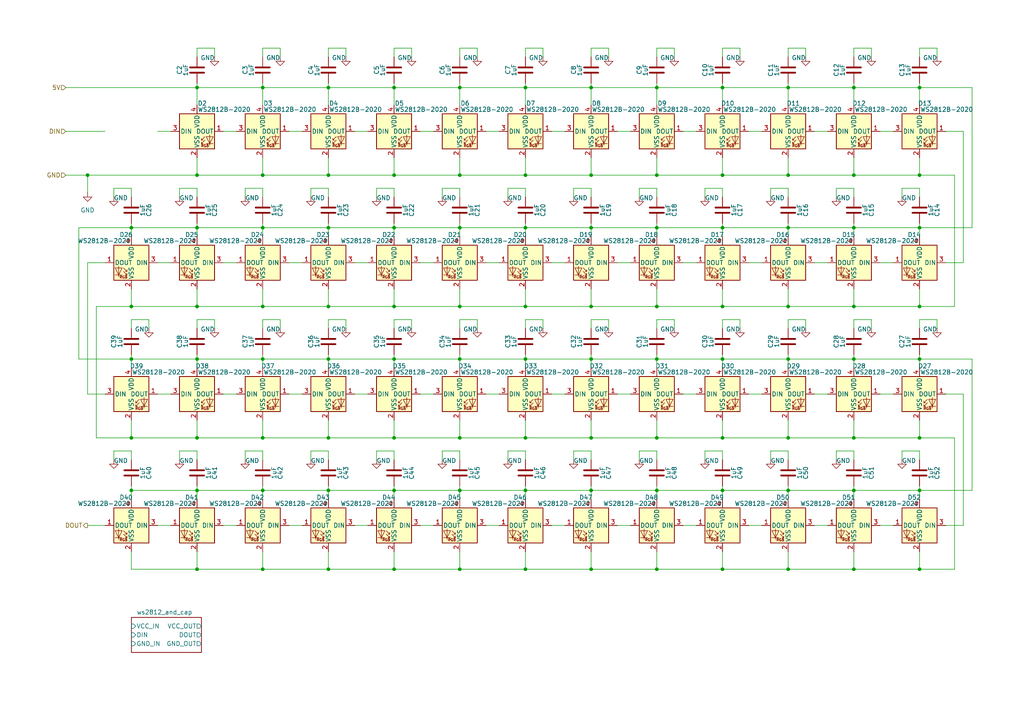
<source format=kicad_sch>
(kicad_sch (version 20250114) (generator "eeschema") (generator_version "9.0")
  (paper "A4")
  (junction (at 76.2 66.04))
  (junction (at 209.55 127))
  (junction (at 171.45 165.1))
  (junction (at 247.65 127))
  (junction (at 133.35 88.9))
  (junction (at 152.4 165.1))
  (junction (at 133.35 50.8))
  (junction (at 190.5 142.24))
  (junction (at 171.45 66.04))
  (junction (at 190.5 66.04))
  (junction (at 114.3 127))
  (junction (at 171.45 50.8))
  (junction (at 114.3 50.8))
  (junction (at 76.2 127))
  (junction (at 209.55 165.1))
  (junction (at 57.15 165.1))
  (junction (at 190.5 165.1))
  (junction (at 266.7 104.14))
  (junction (at 190.5 50.8))
  (junction (at 25.4 50.8))
  (junction (at 228.6 50.8))
  (junction (at 133.35 142.24))
  (junction (at 38.1 127))
  (junction (at 152.4 127))
  (junction (at 114.3 66.04))
  (junction (at 247.65 104.14))
  (junction (at 152.4 25.4))
  (junction (at 133.35 104.14))
  (junction (at 209.55 104.14))
  (junction (at 228.6 165.1))
  (junction (at 95.25 142.24))
  (junction (at 133.35 66.04))
  (junction (at 152.4 88.9))
  (junction (at 228.6 142.24))
  (junction (at 171.45 127))
  (junction (at 266.7 88.9))
  (junction (at 228.6 88.9))
  (junction (at 171.45 142.24))
  (junction (at 247.65 50.8))
  (junction (at 247.65 66.04))
  (junction (at 266.7 50.8))
  (junction (at 76.2 88.9))
  (junction (at 95.25 165.1))
  (junction (at 133.35 25.4))
  (junction (at 114.3 165.1))
  (junction (at 171.45 25.4))
  (junction (at 209.55 66.04))
  (junction (at 76.2 25.4))
  (junction (at 114.3 104.14))
  (junction (at 38.1 104.14))
  (junction (at 266.7 25.4))
  (junction (at 95.25 127))
  (junction (at 247.65 25.4))
  (junction (at 76.2 104.14))
  (junction (at 57.15 88.9))
  (junction (at 190.5 88.9))
  (junction (at 152.4 142.24))
  (junction (at 171.45 88.9))
  (junction (at 95.25 50.8))
  (junction (at 247.65 165.1))
  (junction (at 95.25 88.9))
  (junction (at 114.3 25.4))
  (junction (at 228.6 25.4))
  (junction (at 209.55 25.4))
  (junction (at 228.6 104.14))
  (junction (at 57.15 104.14))
  (junction (at 209.55 50.8))
  (junction (at 266.7 142.24))
  (junction (at 38.1 142.24))
  (junction (at 95.25 25.4))
  (junction (at 76.2 165.1))
  (junction (at 247.65 88.9))
  (junction (at 57.15 66.04))
  (junction (at 76.2 50.8))
  (junction (at 152.4 104.14))
  (junction (at 133.35 165.1))
  (junction (at 228.6 127))
  (junction (at 247.65 142.24))
  (junction (at 228.6 66.04))
  (junction (at 57.15 50.8))
  (junction (at 57.15 25.4))
  (junction (at 57.15 127))
  (junction (at 95.25 66.04))
  (junction (at 266.7 66.04))
  (junction (at 114.3 88.9))
  (junction (at 152.4 66.04))
  (junction (at 190.5 25.4))
  (junction (at 266.7 165.1))
  (junction (at 133.35 127))
  (junction (at 266.7 127))
  (junction (at 38.1 66.04))
  (junction (at 152.4 50.8))
  (junction (at 57.15 142.24))
  (junction (at 38.1 88.9))
  (junction (at 95.25 104.14))
  (junction (at 190.5 104.14))
  (junction (at 209.55 142.24))
  (junction (at 114.3 142.24))
  (junction (at 190.5 127))
  (junction (at 76.2 142.24))
  (junction (at 171.45 104.14))
  (junction (at 209.55 88.9))
  (wire (pts (xy 266.7 95.25) (xy 266.7 92.71)))
  (wire (pts (xy 209.55 165.1) (xy 209.55 160.02)))
  (wire (pts (xy 176.53 13.97) (xy 176.53 16.51)))
  (wire (pts (xy 57.15 140.97) (xy 57.15 142.24)))
  (wire (pts (xy 190.5 165.1) (xy 190.5 160.02)))
  (wire (pts (xy 247.65 104.14) (xy 247.65 106.68)))
  (wire (pts (xy 152.4 24.13) (xy 152.4 25.4)))
  (wire (pts (xy 228.6 127) (xy 247.65 127)))
  (wire (pts (xy 76.2 142.24) (xy 76.2 144.78)))
  (wire (pts (xy 57.15 130.81) (xy 52.07 130.81)))
  (wire (pts (xy 62.23 92.71) (xy 62.23 95.25)))
  (wire (pts (xy 76.2 142.24) (xy 57.15 142.24)))
  (wire (pts (xy 38.1 104.14) (xy 22.86 104.14)))
  (wire (pts (xy 228.6 54.61) (xy 223.52 54.61)))
  (wire (pts (xy 266.7 24.13) (xy 266.7 25.4)))
  (wire (pts (xy 228.6 88.9) (xy 209.55 88.9)))
  (wire (pts (xy 57.15 133.35) (xy 57.15 130.81)))
  (wire (pts (xy 266.7 13.97) (xy 271.78 13.97)))
  (wire (pts (xy 114.3 104.14) (xy 114.3 106.68)))
  (wire (pts (xy 209.55 88.9) (xy 209.55 83.82)))
  (wire (pts (xy 228.6 88.9) (xy 228.6 83.82)))
  (wire (pts (xy 171.45 13.97) (xy 176.53 13.97)))
  (wire (pts (xy 114.3 142.24) (xy 114.3 144.78)))
  (wire (pts (xy 114.3 25.4) (xy 114.3 30.48)))
  (wire (pts (xy 152.4 165.1) (xy 133.35 165.1)))
  (wire (pts (xy 209.55 16.51) (xy 209.55 13.97)))
  (wire (pts (xy 247.65 50.8) (xy 247.65 45.72)))
  (wire (pts (xy 147.32 130.81) (xy 147.32 133.35)))
  (wire (pts (xy 128.27 54.61) (xy 128.27 57.15)))
  (wire (pts (xy 57.15 102.87) (xy 57.15 104.14)))
  (wire (pts (xy 276.86 165.1) (xy 276.86 127)))
  (wire (pts (xy 190.5 64.77) (xy 190.5 66.04)))
  (wire (pts (xy 95.25 24.13) (xy 95.25 25.4)))
  (wire (pts (xy 171.45 66.04) (xy 171.45 68.58)))
  (wire (pts (xy 171.45 142.24) (xy 152.4 142.24)))
  (wire (pts (xy 266.7 127) (xy 266.7 121.92)))
  (wire (pts (xy 19.05 38.1) (xy 30.48 38.1)))
  (wire (pts (xy 171.45 50.8) (xy 190.5 50.8)))
  (wire (pts (xy 76.2 127) (xy 76.2 121.92)))
  (wire (pts (xy 228.6 64.77) (xy 228.6 66.04)))
  (wire (pts (xy 38.1 88.9) (xy 38.1 83.82)))
  (wire (pts (xy 57.15 25.4) (xy 57.15 30.48)))
  (wire (pts (xy 133.35 24.13) (xy 133.35 25.4)))
  (wire (pts (xy 209.55 142.24) (xy 209.55 144.78)))
  (wire (pts (xy 209.55 104.14) (xy 228.6 104.14)))
  (wire (pts (xy 133.35 102.87) (xy 133.35 104.14)))
  (wire (pts (xy 266.7 142.24) (xy 247.65 142.24)))
  (wire (pts (xy 171.45 54.61) (xy 166.37 54.61)))
  (wire (pts (xy 195.58 92.71) (xy 195.58 95.25)))
  (wire (pts (xy 83.82 38.1) (xy 87.63 38.1)))
  (wire (pts (xy 152.4 64.77) (xy 152.4 66.04)))
  (wire (pts (xy 217.17 114.3) (xy 220.98 114.3)))
  (wire (pts (xy 133.35 16.51) (xy 133.35 13.97)))
  (wire (pts (xy 38.1 104.14) (xy 38.1 106.68)))
  (wire (pts (xy 209.55 104.14) (xy 209.55 106.68)))
  (wire (pts (xy 242.57 54.61) (xy 242.57 57.15)))
  (wire (pts (xy 49.53 76.2) (xy 45.72 76.2)))
  (wire (pts (xy 114.3 165.1) (xy 114.3 160.02)))
  (wire (pts (xy 95.25 133.35) (xy 95.25 130.81)))
  (wire (pts (xy 133.35 127) (xy 133.35 121.92)))
  (wire (pts (xy 95.25 64.77) (xy 95.25 66.04)))
  (wire (pts (xy 190.5 130.81) (xy 185.42 130.81)))
  (wire (pts (xy 102.87 114.3) (xy 106.68 114.3)))
  (wire (pts (xy 171.45 24.13) (xy 171.45 25.4)))
  (wire (pts (xy 228.6 104.14) (xy 247.65 104.14)))
  (wire (pts (xy 176.53 92.71) (xy 176.53 95.25)))
  (wire (pts (xy 233.68 13.97) (xy 233.68 16.51)))
  (wire (pts (xy 266.7 88.9) (xy 276.86 88.9)))
  (wire (pts (xy 25.4 50.8) (xy 57.15 50.8)))
  (wire (pts (xy 114.3 16.51) (xy 114.3 13.97)))
  (wire (pts (xy 114.3 50.8) (xy 133.35 50.8)))
  (wire (pts (xy 95.25 140.97) (xy 95.25 142.24)))
  (wire (pts (xy 209.55 142.24) (xy 190.5 142.24)))
  (wire (pts (xy 209.55 25.4) (xy 209.55 30.48)))
  (wire (pts (xy 45.72 114.3) (xy 49.53 114.3)))
  (wire (pts (xy 152.4 142.24) (xy 152.4 144.78)))
  (wire (pts (xy 133.35 64.77) (xy 133.35 66.04)))
  (wire (pts (xy 266.7 104.14) (xy 266.7 106.68)))
  (wire (pts (xy 76.2 50.8) (xy 95.25 50.8)))
  (wire (pts (xy 152.4 142.24) (xy 133.35 142.24)))
  (wire (pts (xy 166.37 130.81) (xy 166.37 133.35)))
  (wire (pts (xy 114.3 102.87) (xy 114.3 104.14)))
  (wire (pts (xy 95.25 57.15) (xy 95.25 54.61)))
  (wire (pts (xy 163.83 76.2) (xy 160.02 76.2)))
  (wire (pts (xy 95.25 66.04) (xy 76.2 66.04)))
  (wire (pts (xy 279.4 76.2) (xy 274.32 76.2)))
  (wire (pts (xy 190.5 24.13) (xy 190.5 25.4)))
  (wire (pts (xy 171.45 50.8) (xy 171.45 45.72)))
  (wire (pts (xy 171.45 130.81) (xy 166.37 130.81)))
  (wire (pts (xy 190.5 102.87) (xy 190.5 104.14)))
  (wire (pts (xy 198.12 38.1) (xy 201.93 38.1)))
  (wire (pts (xy 106.68 152.4) (xy 102.87 152.4)))
  (wire (pts (xy 204.47 130.81) (xy 204.47 133.35)))
  (wire (pts (xy 201.93 152.4) (xy 198.12 152.4)))
  (wire (pts (xy 76.2 102.87) (xy 76.2 104.14)))
  (wire (pts (xy 30.48 114.3) (xy 25.4 114.3)))
  (wire (pts (xy 152.4 130.81) (xy 147.32 130.81)))
  (wire (pts (xy 114.3 64.77) (xy 114.3 66.04)))
  (wire (pts (xy 228.6 130.81) (xy 223.52 130.81)))
  (wire (pts (xy 114.3 24.13) (xy 114.3 25.4)))
  (wire (pts (xy 247.65 95.25) (xy 247.65 92.71)))
  (wire (pts (xy 171.45 95.25) (xy 171.45 92.71)))
  (wire (pts (xy 152.4 92.71) (xy 157.48 92.71)))
  (wire (pts (xy 209.55 25.4) (xy 228.6 25.4)))
  (wire (pts (xy 95.25 104.14) (xy 95.25 106.68)))
  (wire (pts (xy 128.27 130.81) (xy 128.27 133.35)))
  (wire (pts (xy 266.7 64.77) (xy 266.7 66.04)))
  (wire (pts (xy 190.5 57.15) (xy 190.5 54.61)))
  (wire (pts (xy 228.6 25.4) (xy 247.65 25.4)))
  (wire (pts (xy 25.4 152.4) (xy 30.48 152.4)))
  (wire (pts (xy 57.15 104.14) (xy 76.2 104.14)))
  (wire (pts (xy 182.88 76.2) (xy 179.07 76.2)))
  (wire (pts (xy 133.35 50.8) (xy 152.4 50.8)))
  (wire (pts (xy 255.27 38.1) (xy 259.08 38.1)))
  (wire (pts (xy 236.22 114.3) (xy 240.03 114.3)))
  (wire (pts (xy 266.7 66.04) (xy 247.65 66.04)))
  (wire (pts (xy 228.6 92.71) (xy 233.68 92.71)))
  (wire (pts (xy 114.3 130.81) (xy 109.22 130.81)))
  (wire (pts (xy 233.68 92.71) (xy 233.68 95.25)))
  (wire (pts (xy 209.55 127) (xy 228.6 127)))
  (wire (pts (xy 279.4 38.1) (xy 279.4 76.2)))
  (wire (pts (xy 228.6 140.97) (xy 228.6 142.24)))
  (wire (pts (xy 190.5 142.24) (xy 190.5 144.78)))
  (wire (pts (xy 247.65 165.1) (xy 228.6 165.1)))
  (wire (pts (xy 209.55 88.9) (xy 190.5 88.9)))
  (wire (pts (xy 64.77 38.1) (xy 68.58 38.1)))
  (wire (pts (xy 261.62 130.81) (xy 261.62 133.35)))
  (wire (pts (xy 209.55 140.97) (xy 209.55 142.24)))
  (wire (pts (xy 68.58 152.4) (xy 64.77 152.4)))
  (wire (pts (xy 190.5 66.04) (xy 190.5 68.58)))
  (wire (pts (xy 266.7 142.24) (xy 266.7 144.78)))
  (wire (pts (xy 209.55 165.1) (xy 190.5 165.1)))
  (wire (pts (xy 76.2 25.4) (xy 95.25 25.4)))
  (wire (pts (xy 87.63 76.2) (xy 83.82 76.2)))
  (wire (pts (xy 228.6 66.04) (xy 228.6 68.58)))
  (wire (pts (xy 266.7 54.61) (xy 261.62 54.61)))
  (wire (pts (xy 276.86 127) (xy 266.7 127)))
  (wire (pts (xy 152.4 88.9) (xy 133.35 88.9)))
  (wire (pts (xy 152.4 66.04) (xy 152.4 68.58)))
  (wire (pts (xy 38.1 64.77) (xy 38.1 66.04)))
  (wire (pts (xy 190.5 92.71) (xy 195.58 92.71)))
  (wire (pts (xy 209.55 66.04) (xy 209.55 68.58)))
  (wire (pts (xy 204.47 54.61) (xy 204.47 57.15)))
  (wire (pts (xy 43.18 92.71) (xy 43.18 95.25)))
  (wire (pts (xy 152.4 127) (xy 152.4 121.92)))
  (wire (pts (xy 281.94 142.24) (xy 281.94 104.14)))
  (wire (pts (xy 45.72 38.1) (xy 49.53 38.1)))
  (wire (pts (xy 22.86 104.14) (xy 22.86 66.04)))
  (wire (pts (xy 266.7 50.8) (xy 266.7 45.72)))
  (wire (pts (xy 236.22 38.1) (xy 240.03 38.1)))
  (wire (pts (xy 271.78 13.97) (xy 271.78 16.51)))
  (wire (pts (xy 247.65 102.87) (xy 247.65 104.14)))
  (wire (pts (xy 133.35 54.61) (xy 128.27 54.61)))
  (wire (pts (xy 209.55 133.35) (xy 209.55 130.81)))
  (wire (pts (xy 68.58 76.2) (xy 64.77 76.2)))
  (wire (pts (xy 209.55 13.97) (xy 214.63 13.97)))
  (wire (pts (xy 38.1 142.24) (xy 38.1 144.78)))
  (wire (pts (xy 95.25 165.1) (xy 95.25 160.02)))
  (wire (pts (xy 228.6 104.14) (xy 228.6 106.68)))
  (wire (pts (xy 266.7 57.15) (xy 266.7 54.61)))
  (wire (pts (xy 114.3 140.97) (xy 114.3 142.24)))
  (wire (pts (xy 76.2 88.9) (xy 57.15 88.9)))
  (wire (pts (xy 140.97 38.1) (xy 144.78 38.1)))
  (wire (pts (xy 76.2 54.61) (xy 71.12 54.61)))
  (wire (pts (xy 160.02 114.3) (xy 163.83 114.3)))
  (wire (pts (xy 171.45 127) (xy 171.45 121.92)))
  (wire (pts (xy 133.35 88.9) (xy 133.35 83.82)))
  (wire (pts (xy 25.4 50.8) (xy 25.4 55.88)))
  (wire (pts (xy 138.43 13.97) (xy 138.43 16.51)))
  (wire (pts (xy 228.6 13.97) (xy 233.68 13.97)))
  (wire (pts (xy 190.5 140.97) (xy 190.5 142.24)))
  (wire (pts (xy 209.55 50.8) (xy 209.55 45.72)))
  (wire (pts (xy 76.2 25.4) (xy 76.2 30.48)))
  (wire (pts (xy 133.35 13.97) (xy 138.43 13.97)))
  (wire (pts (xy 228.6 165.1) (xy 209.55 165.1)))
  (wire (pts (xy 266.7 165.1) (xy 276.86 165.1)))
  (wire (pts (xy 33.02 130.81) (xy 33.02 133.35)))
  (wire (pts (xy 57.15 95.25) (xy 57.15 92.71)))
  (wire (pts (xy 266.7 133.35) (xy 266.7 130.81)))
  (wire (pts (xy 133.35 104.14) (xy 133.35 106.68)))
  (wire (pts (xy 95.25 95.25) (xy 95.25 92.71)))
  (wire (pts (xy 228.6 57.15) (xy 228.6 54.61)))
  (wire (pts (xy 147.32 54.61) (xy 147.32 57.15)))
  (wire (pts (xy 133.35 25.4) (xy 133.35 30.48)))
  (wire (pts (xy 57.15 127) (xy 76.2 127)))
  (wire (pts (xy 102.87 38.1) (xy 106.68 38.1)))
  (wire (pts (xy 119.38 92.71) (xy 119.38 95.25)))
  (wire (pts (xy 209.55 64.77) (xy 209.55 66.04)))
  (wire (pts (xy 190.5 25.4) (xy 190.5 30.48)))
  (wire (pts (xy 114.3 104.14) (xy 133.35 104.14)))
  (wire (pts (xy 100.33 92.71) (xy 100.33 95.25)))
  (wire (pts (xy 76.2 92.71) (xy 81.28 92.71)))
  (wire (pts (xy 106.68 76.2) (xy 102.87 76.2)))
  (wire (pts (xy 171.45 127) (xy 190.5 127)))
  (wire (pts (xy 133.35 130.81) (xy 128.27 130.81)))
  (wire (pts (xy 171.45 92.71) (xy 176.53 92.71)))
  (wire (pts (xy 95.25 127) (xy 95.25 121.92)))
  (wire (pts (xy 279.4 152.4) (xy 274.32 152.4)))
  (wire (pts (xy 114.3 95.25) (xy 114.3 92.71)))
  (wire (pts (xy 114.3 54.61) (xy 109.22 54.61)))
  (wire (pts (xy 152.4 102.87) (xy 152.4 104.14)))
  (wire (pts (xy 247.65 133.35) (xy 247.65 130.81)))
  (wire (pts (xy 114.3 50.8) (xy 114.3 45.72)))
  (wire (pts (xy 140.97 114.3) (xy 144.78 114.3)))
  (wire (pts (xy 109.22 54.61) (xy 109.22 57.15)))
  (wire (pts (xy 228.6 165.1) (xy 228.6 160.02)))
  (wire (pts (xy 19.05 50.8) (xy 25.4 50.8)))
  (wire (pts (xy 152.4 88.9) (xy 152.4 83.82)))
  (wire (pts (xy 95.25 16.51) (xy 95.25 13.97)))
  (wire (pts (xy 209.55 102.87) (xy 209.55 104.14)))
  (wire (pts (xy 87.63 152.4) (xy 83.82 152.4)))
  (wire (pts (xy 160.02 38.1) (xy 163.83 38.1)))
  (wire (pts (xy 144.78 76.2) (xy 140.97 76.2)))
  (wire (pts (xy 266.7 25.4) (xy 266.7 30.48)))
  (wire (pts (xy 57.15 88.9) (xy 57.15 83.82)))
  (wire (pts (xy 228.6 25.4) (xy 228.6 30.48)))
  (wire (pts (xy 76.2 13.97) (xy 81.28 13.97)))
  (wire (pts (xy 281.94 66.04) (xy 266.7 66.04)))
  (wire (pts (xy 95.25 130.81) (xy 90.17 130.81)))
  (wire (pts (xy 190.5 133.35) (xy 190.5 130.81)))
  (wire (pts (xy 133.35 57.15) (xy 133.35 54.61)))
  (wire (pts (xy 76.2 165.1) (xy 76.2 160.02)))
  (wire (pts (xy 266.7 16.51) (xy 266.7 13.97)))
  (wire (pts (xy 247.65 142.24) (xy 247.65 144.78)))
  (wire (pts (xy 57.15 104.14) (xy 57.15 106.68)))
  (wire (pts (xy 38.1 57.15) (xy 38.1 54.61)))
  (wire (pts (xy 152.4 16.51) (xy 152.4 13.97)))
  (wire (pts (xy 57.15 50.8) (xy 76.2 50.8)))
  (wire (pts (xy 281.94 142.24) (xy 266.7 142.24)))
  (wire (pts (xy 57.15 54.61) (xy 52.07 54.61)))
  (wire (pts (xy 38.1 165.1) (xy 38.1 160.02)))
  (wire (pts (xy 38.1 95.25) (xy 38.1 92.71)))
  (wire (pts (xy 152.4 104.14) (xy 171.45 104.14)))
  (wire (pts (xy 247.65 66.04) (xy 247.65 68.58)))
  (wire (pts (xy 114.3 25.4) (xy 133.35 25.4)))
  (wire (pts (xy 38.1 66.04) (xy 38.1 68.58)))
  (wire (pts (xy 214.63 92.71) (xy 214.63 95.25)))
  (wire (pts (xy 247.65 140.97) (xy 247.65 142.24)))
  (wire (pts (xy 71.12 54.61) (xy 71.12 57.15)))
  (wire (pts (xy 64.77 114.3) (xy 68.58 114.3)))
  (wire (pts (xy 25.4 76.2) (xy 30.48 76.2)))
  (wire (pts (xy 57.15 50.8) (xy 57.15 45.72)))
  (wire (pts (xy 171.45 142.24) (xy 171.45 144.78)))
  (wire (pts (xy 83.82 114.3) (xy 87.63 114.3)))
  (wire (pts (xy 76.2 165.1) (xy 57.15 165.1)))
  (wire (pts (xy 57.15 142.24) (xy 57.15 144.78)))
  (wire (pts (xy 247.65 165.1) (xy 247.65 160.02)))
  (wire (pts (xy 114.3 13.97) (xy 119.38 13.97)))
  (wire (pts (xy 157.48 13.97) (xy 157.48 16.51)))
  (wire (pts (xy 247.65 24.13) (xy 247.65 25.4)))
  (wire (pts (xy 209.55 66.04) (xy 190.5 66.04)))
  (wire (pts (xy 76.2 140.97) (xy 76.2 142.24)))
  (wire (pts (xy 38.1 133.35) (xy 38.1 130.81)))
  (wire (pts (xy 279.4 114.3) (xy 279.4 152.4)))
  (wire (pts (xy 27.94 127) (xy 27.94 88.9)))
  (wire (pts (xy 121.92 114.3) (xy 125.73 114.3)))
  (wire (pts (xy 76.2 66.04) (xy 76.2 68.58)))
  (wire (pts (xy 95.25 104.14) (xy 114.3 104.14)))
  (wire (pts (xy 171.45 133.35) (xy 171.45 130.81)))
  (wire (pts (xy 133.35 88.9) (xy 114.3 88.9)))
  (wire (pts (xy 209.55 95.25) (xy 209.55 92.71)))
  (wire (pts (xy 95.25 50.8) (xy 114.3 50.8)))
  (wire (pts (xy 247.65 54.61) (xy 242.57 54.61)))
  (wire (pts (xy 95.25 127) (xy 114.3 127)))
  (wire (pts (xy 171.45 64.77) (xy 171.45 66.04)))
  (wire (pts (xy 152.4 140.97) (xy 152.4 142.24)))
  (wire (pts (xy 190.5 66.04) (xy 171.45 66.04)))
  (wire (pts (xy 133.35 127) (xy 152.4 127)))
  (wire (pts (xy 152.4 57.15) (xy 152.4 54.61)))
  (wire (pts (xy 209.55 92.71) (xy 214.63 92.71)))
  (wire (pts (xy 52.07 130.81) (xy 52.07 133.35)))
  (wire (pts (xy 95.25 66.04) (xy 95.25 68.58)))
  (wire (pts (xy 190.5 104.14) (xy 209.55 104.14)))
  (wire (pts (xy 171.45 25.4) (xy 190.5 25.4)))
  (wire (pts (xy 57.15 165.1) (xy 38.1 165.1)))
  (wire (pts (xy 133.35 140.97) (xy 133.35 142.24)))
  (wire (pts (xy 217.17 38.1) (xy 220.98 38.1)))
  (wire (pts (xy 259.08 76.2) (xy 255.27 76.2)))
  (wire (pts (xy 76.2 104.14) (xy 76.2 106.68)))
  (wire (pts (xy 152.4 50.8) (xy 171.45 50.8)))
  (wire (pts (xy 171.45 165.1) (xy 152.4 165.1)))
  (wire (pts (xy 255.27 114.3) (xy 259.08 114.3)))
  (wire (pts (xy 125.73 152.4) (xy 121.92 152.4)))
  (wire (pts (xy 266.7 102.87) (xy 266.7 104.14)))
  (wire (pts (xy 95.25 88.9) (xy 76.2 88.9)))
  (wire (pts (xy 171.45 104.14) (xy 171.45 106.68)))
  (wire (pts (xy 228.6 24.13) (xy 228.6 25.4)))
  (wire (pts (xy 266.7 92.71) (xy 271.78 92.71)))
  (wire (pts (xy 133.35 95.25) (xy 133.35 92.71)))
  (wire (pts (xy 38.1 54.61) (xy 33.02 54.61)))
  (wire (pts (xy 95.25 25.4) (xy 114.3 25.4)))
  (wire (pts (xy 38.1 104.14) (xy 57.15 104.14)))
  (wire (pts (xy 281.94 25.4) (xy 281.94 66.04)))
  (wire (pts (xy 109.22 130.81) (xy 109.22 133.35)))
  (wire (pts (xy 247.65 130.81) (xy 242.57 130.81)))
  (wire (pts (xy 223.52 54.61) (xy 223.52 57.15)))
  (wire (pts (xy 152.4 25.4) (xy 171.45 25.4)))
  (wire (pts (xy 114.3 165.1) (xy 95.25 165.1)))
  (wire (pts (xy 133.35 66.04) (xy 114.3 66.04)))
  (wire (pts (xy 38.1 130.81) (xy 33.02 130.81)))
  (wire (pts (xy 228.6 142.24) (xy 228.6 144.78)))
  (wire (pts (xy 25.4 114.3) (xy 25.4 76.2)))
  (wire (pts (xy 95.25 102.87) (xy 95.25 104.14)))
  (wire (pts (xy 190.5 50.8) (xy 190.5 45.72)))
  (wire (pts (xy 152.4 25.4) (xy 152.4 30.48)))
  (wire (pts (xy 252.73 13.97) (xy 252.73 16.51)))
  (wire (pts (xy 114.3 66.04) (xy 114.3 68.58)))
  (wire (pts (xy 228.6 66.04) (xy 209.55 66.04)))
  (wire (pts (xy 228.6 50.8) (xy 228.6 45.72)))
  (wire (pts (xy 133.35 165.1) (xy 133.35 160.02)))
  (wire (pts (xy 171.45 25.4) (xy 171.45 30.48)))
  (wire (pts (xy 95.25 13.97) (xy 100.33 13.97)))
  (wire (pts (xy 152.4 104.14) (xy 152.4 106.68)))
  (wire (pts (xy 190.5 88.9) (xy 171.45 88.9)))
  (wire (pts (xy 114.3 66.04) (xy 95.25 66.04)))
  (wire (pts (xy 179.07 38.1) (xy 182.88 38.1)))
  (wire (pts (xy 95.25 54.61) (xy 90.17 54.61)))
  (wire (pts (xy 100.33 13.97) (xy 100.33 16.51)))
  (wire (pts (xy 190.5 104.14) (xy 190.5 106.68)))
  (wire (pts (xy 276.86 88.9) (xy 276.86 50.8)))
  (wire (pts (xy 276.86 50.8) (xy 266.7 50.8)))
  (wire (pts (xy 95.25 25.4) (xy 95.25 30.48)))
  (wire (pts (xy 266.7 88.9) (xy 266.7 83.82)))
  (wire (pts (xy 81.28 13.97) (xy 81.28 16.51)))
  (wire (pts (xy 247.65 16.51) (xy 247.65 13.97)))
  (wire (pts (xy 125.73 76.2) (xy 121.92 76.2)))
  (wire (pts (xy 95.25 88.9) (xy 95.25 83.82)))
  (wire (pts (xy 19.05 25.4) (xy 57.15 25.4)))
  (wire (pts (xy 220.98 76.2) (xy 217.17 76.2)))
  (wire (pts (xy 171.45 140.97) (xy 171.45 142.24)))
  (wire (pts (xy 247.65 142.24) (xy 228.6 142.24)))
  (wire (pts (xy 22.86 66.04) (xy 38.1 66.04)))
  (wire (pts (xy 133.35 50.8) (xy 133.35 45.72)))
  (wire (pts (xy 71.12 130.81) (xy 71.12 133.35)))
  (wire (pts (xy 152.4 127) (xy 171.45 127)))
  (wire (pts (xy 57.15 66.04) (xy 38.1 66.04)))
  (wire (pts (xy 163.83 152.4) (xy 160.02 152.4)))
  (wire (pts (xy 114.3 142.24) (xy 95.25 142.24)))
  (wire (pts (xy 266.7 130.81) (xy 261.62 130.81)))
  (wire (pts (xy 274.32 114.3) (xy 279.4 114.3)))
  (wire (pts (xy 38.1 127) (xy 57.15 127)))
  (wire (pts (xy 38.1 127) (xy 27.94 127)))
  (wire (pts (xy 171.45 57.15) (xy 171.45 54.61)))
  (wire (pts (xy 57.15 142.24) (xy 38.1 142.24)))
  (wire (pts (xy 152.4 50.8) (xy 152.4 45.72)))
  (wire (pts (xy 228.6 142.24) (xy 209.55 142.24)))
  (wire (pts (xy 95.25 142.24) (xy 76.2 142.24)))
  (wire (pts (xy 252.73 92.71) (xy 252.73 95.25)))
  (wire (pts (xy 166.37 54.61) (xy 166.37 57.15)))
  (wire (pts (xy 185.42 130.81) (xy 185.42 133.35)))
  (wire (pts (xy 27.94 88.9) (xy 38.1 88.9)))
  (wire (pts (xy 157.48 92.71) (xy 157.48 95.25)))
  (wire (pts (xy 90.17 130.81) (xy 90.17 133.35)))
  (wire (pts (xy 133.35 25.4) (xy 152.4 25.4)))
  (wire (pts (xy 247.65 66.04) (xy 228.6 66.04)))
  (wire (pts (xy 133.35 104.14) (xy 152.4 104.14)))
  (wire (pts (xy 209.55 54.61) (xy 204.47 54.61)))
  (wire (pts (xy 57.15 25.4) (xy 76.2 25.4)))
  (wire (pts (xy 247.65 25.4) (xy 247.65 30.48)))
  (wire (pts (xy 95.25 50.8) (xy 95.25 45.72)))
  (wire (pts (xy 190.5 13.97) (xy 195.58 13.97)))
  (wire (pts (xy 228.6 127) (xy 228.6 121.92)))
  (wire (pts (xy 57.15 92.71) (xy 62.23 92.71)))
  (wire (pts (xy 190.5 127) (xy 209.55 127)))
  (wire (pts (xy 76.2 88.9) (xy 76.2 83.82)))
  (wire (pts (xy 57.15 13.97) (xy 62.23 13.97)))
  (wire (pts (xy 57.15 88.9) (xy 38.1 88.9)))
  (wire (pts (xy 33.02 54.61) (xy 33.02 57.15)))
  (wire (pts (xy 190.5 142.24) (xy 171.45 142.24)))
  (wire (pts (xy 247.65 92.71) (xy 252.73 92.71)))
  (wire (pts (xy 171.45 88.9) (xy 171.45 83.82)))
  (wire (pts (xy 38.1 127) (xy 38.1 121.92)))
  (wire (pts (xy 266.7 88.9) (xy 247.65 88.9)))
  (wire (pts (xy 259.08 152.4) (xy 255.27 152.4)))
  (wire (pts (xy 171.45 88.9) (xy 152.4 88.9)))
  (wire (pts (xy 114.3 133.35) (xy 114.3 130.81)))
  (wire (pts (xy 247.65 88.9) (xy 247.65 83.82)))
  (wire (pts (xy 76.2 127) (xy 95.25 127)))
  (wire (pts (xy 76.2 133.35) (xy 76.2 130.81)))
  (wire (pts (xy 185.42 54.61) (xy 185.42 57.15)))
  (wire (pts (xy 114.3 88.9) (xy 114.3 83.82)))
  (wire (pts (xy 133.35 92.71) (xy 138.43 92.71)))
  (wire (pts (xy 247.65 88.9) (xy 228.6 88.9)))
  (wire (pts (xy 81.28 92.71) (xy 81.28 95.25)))
  (wire (pts (xy 271.78 92.71) (xy 271.78 95.25)))
  (wire (pts (xy 247.65 127) (xy 266.7 127)))
  (wire (pts (xy 95.25 92.71) (xy 100.33 92.71)))
  (wire (pts (xy 76.2 66.04) (xy 57.15 66.04)))
  (wire (pts (xy 76.2 95.25) (xy 76.2 92.71)))
  (wire (pts (xy 247.65 50.8) (xy 266.7 50.8)))
  (wire (pts (xy 228.6 16.51) (xy 228.6 13.97)))
  (wire (pts (xy 114.3 127) (xy 133.35 127)))
  (wire (pts (xy 76.2 64.77) (xy 76.2 66.04)))
  (wire (pts (xy 133.35 142.24) (xy 114.3 142.24)))
  (wire (pts (xy 57.15 24.13) (xy 57.15 25.4)))
  (wire (pts (xy 76.2 57.15) (xy 76.2 54.61)))
  (wire (pts (xy 240.03 76.2) (xy 236.22 76.2)))
  (wire (pts (xy 152.4 133.35) (xy 152.4 130.81)))
  (wire (pts (xy 247.65 25.4) (xy 266.7 25.4)))
  (wire (pts (xy 57.15 57.15) (xy 57.15 54.61)))
  (wire (pts (xy 228.6 95.25) (xy 228.6 92.71)))
  (wire (pts (xy 76.2 104.14) (xy 95.25 104.14)))
  (wire (pts (xy 228.6 133.35) (xy 228.6 130.81)))
  (wire (pts (xy 49.53 152.4) (xy 45.72 152.4)))
  (wire (pts (xy 182.88 152.4) (xy 179.07 152.4)))
  (wire (pts (xy 190.5 54.61) (xy 185.42 54.61)))
  (wire (pts (xy 133.35 66.04) (xy 133.35 68.58)))
  (wire (pts (xy 114.3 57.15) (xy 114.3 54.61)))
  (wire (pts (xy 266.7 66.04) (xy 266.7 68.58)))
  (wire (pts (xy 240.03 152.4) (xy 236.22 152.4)))
  (wire (pts (xy 209.55 50.8) (xy 228.6 50.8)))
  (wire (pts (xy 95.25 165.1) (xy 76.2 165.1)))
  (wire (pts (xy 152.4 13.97) (xy 157.48 13.97)))
  (wire (pts (xy 38.1 140.97) (xy 38.1 142.24)))
  (wire (pts (xy 190.5 95.25) (xy 190.5 92.71)))
  (wire (pts (xy 57.15 16.51) (xy 57.15 13.97)))
  (wire (pts (xy 76.2 24.13) (xy 76.2 25.4)))
  (wire (pts (xy 209.55 57.15) (xy 209.55 54.61)))
  (wire (pts (xy 201.93 76.2) (xy 198.12 76.2)))
  (wire (pts (xy 209.55 127) (xy 209.55 121.92)))
  (wire (pts (xy 38.1 102.87) (xy 38.1 104.14)))
  (wire (pts (xy 214.63 13.97) (xy 214.63 16.51)))
  (wire (pts (xy 171.45 66.04) (xy 152.4 66.04)))
  (wire (pts (xy 198.12 114.3) (xy 201.93 114.3)))
  (wire (pts (xy 138.43 92.71) (xy 138.43 95.25)))
  (wire (pts (xy 133.35 133.35) (xy 133.35 130.81)))
  (wire (pts (xy 152.4 165.1) (xy 152.4 160.02)))
  (wire (pts (xy 76.2 130.81) (xy 71.12 130.81)))
  (wire (pts (xy 261.62 54.61) (xy 261.62 57.15)))
  (wire (pts (xy 57.15 127) (xy 57.15 121.92)))
  (wire (pts (xy 190.5 165.1) (xy 171.45 165.1)))
  (wire (pts (xy 95.25 142.24) (xy 95.25 144.78)))
  (wire (pts (xy 228.6 50.8) (xy 247.65 50.8)))
  (wire (pts (xy 247.65 104.14) (xy 266.7 104.14)))
  (wire (pts (xy 190.5 127) (xy 190.5 121.92)))
  (wire (pts (xy 209.55 24.13) (xy 209.55 25.4)))
  (wire (pts (xy 76.2 16.51) (xy 76.2 13.97)))
  (wire (pts (xy 274.32 38.1) (xy 279.4 38.1)))
  (wire (pts (xy 247.65 13.97) (xy 252.73 13.97)))
  (wire (pts (xy 190.5 88.9) (xy 190.5 83.82)))
  (wire (pts (xy 247.65 127) (xy 247.65 121.92)))
  (wire (pts (xy 144.78 152.4) (xy 140.97 152.4)))
  (wire (pts (xy 190.5 16.51) (xy 190.5 13.97)))
  (wire (pts (xy 266.7 165.1) (xy 266.7 160.02)))
  (wire (pts (xy 114.3 88.9) (xy 95.25 88.9)))
  (wire (pts (xy 266.7 140.97) (xy 266.7 142.24)))
  (wire (pts (xy 220.98 152.4) (xy 217.17 152.4)))
  (wire (pts (xy 209.55 130.81) (xy 204.47 130.81)))
  (wire (pts (xy 133.35 165.1) (xy 114.3 165.1)))
  (wire (pts (xy 152.4 66.04) (xy 133.35 66.04)))
  (wire (pts (xy 57.15 66.04) (xy 57.15 68.58)))
  (wire (pts (xy 171.45 16.51) (xy 171.45 13.97)))
  (wire (pts (xy 133.35 142.24) (xy 133.35 144.78)))
  (wire (pts (xy 179.07 114.3) (xy 182.88 114.3)))
  (wire (pts (xy 90.17 54.61) (xy 90.17 57.15)))
  (wire (pts (xy 62.23 13.97) (xy 62.23 16.51)))
  (wire (pts (xy 247.65 57.15) (xy 247.65 54.61)))
  (wire (pts (xy 152.4 95.25) (xy 152.4 92.71)))
  (wire (pts (xy 114.3 92.71) (xy 119.38 92.71)))
  (wire (pts (xy 195.58 13.97) (xy 195.58 16.51)))
  (wire (pts (xy 190.5 25.4) (xy 209.55 25.4)))
  (wire (pts (xy 38.1 92.71) (xy 43.18 92.71)))
  (wire (pts (xy 152.4 54.61) (xy 147.32 54.61)))
  (wire (pts (xy 171.45 165.1) (xy 171.45 160.02)))
  (wire (pts (xy 281.94 104.14) (xy 266.7 104.14)))
  (wire (pts (xy 119.38 13.97) (xy 119.38 16.51)))
  (wire (pts (xy 242.57 130.81) (xy 242.57 133.35)))
  (wire (pts (xy 121.92 38.1) (xy 125.73 38.1)))
  (wire (pts (xy 57.15 165.1) (xy 57.15 160.02)))
  (wire (pts (xy 266.7 25.4) (xy 281.94 25.4)))
  (wire (pts (xy 171.45 104.14) (xy 190.5 104.14)))
  (wire (pts (xy 57.15 64.77) (xy 57.15 66.04)))
  (wire (pts (xy 247.65 64.77) (xy 247.65 66.04)))
  (wire (pts (xy 171.45 102.87) (xy 171.45 104.14)))
  (wire (pts (xy 190.5 50.8) (xy 209.55 50.8)))
  (wire (pts (xy 266.7 165.1) (xy 247.65 165.1)))
  (wire (pts (xy 114.3 127) (xy 114.3 121.92)))
  (wire (pts (xy 52.07 54.61) (xy 52.07 57.15)))
  (wire (pts (xy 76.2 50.8) (xy 76.2 45.72)))
  (wire (pts (xy 223.52 130.81) (xy 223.52 133.35)))
  (wire (pts (xy 228.6 102.87) (xy 228.6 104.14)))
  (hierarchical_label "DOUT" (shape output) (at 25.4 152.4 180))
  (hierarchical_label "GND" (shape input) (at 19.05 50.8 180))
  (hierarchical_label "DIN" (shape input) (at 19.05 38.1 180))
  (hierarchical_label "5V" (shape input) (at 19.05 25.4 180))
  (symbol (lib_id "Device:C") (at 95.25 99.06 180) (unit 1)
    (property "Reference" "C36" (at 90.17 99.06 90))
    (property "Value" "1uF" (at 91.948 99.06 90))
    (property "Footprint" "Capacitor_SMD:C_0603_1608Metric" (effects (hide yes)))
    (property "Description" "Unpolarized capacitor" (effects (hide yes)))
  )
  (symbol (lib_id "Device:C") (at 190.5 137.16 0) (mirror x) (unit 1)
    (property "Reference" "C48" (at 195.58 137.16 90))
    (property "Value" "1uF" (at 193.802 137.16 90))
    (property "Footprint" "Capacitor_SMD:C_0603_1608Metric" (effects (hide yes)))
    (property "Description" "Unpolarized capacitor" (effects (hide yes)))
  )
  (symbol (lib_id "LED:WS2812B-2020") (at 38.1 114.3 0) (unit 1)
    (property "Reference" "D39" (at 39.624 106.172 0))
    (property "Value" "WS2812B-2020" (at 45.974 107.95 0))
    (property "Footprint" "LED_SMD:LED_WS2812B-2020_PLCC4_2.0x2.0mm" (effects (hide yes)))
    (property "Datasheet" "https://cdn-shop.adafruit.com/product-files/4684/4684_WS2812B-2020_V1.3_EN.pdf" (effects (hide yes)))
    (property "Description" "RGB LED with integrated controller, 2.0 x 2.0 mm, 12 mA" (effects (hide yes)))
  )
  (symbol (lib_id "power:GND") (at 157.48 16.51 0) (unit 1)
    (property "Reference" "#PWR08" (effects (hide yes)))
    (property "Value" "GND" (at 155.448 16.764 0))
    (property "Description" "Power symbol creates a global label with name \"GND\" , ground" (effects (hide yes)))
  )
  (symbol (lib_id "LED:WS2812B-2020") (at 228.6 114.3 0) (unit 1)
    (property "Reference" "D29" (at 230.124 106.172 0))
    (property "Value" "WS2812B-2020" (at 236.474 107.95 0))
    (property "Footprint" "LED_SMD:LED_WS2812B-2020_PLCC4_2.0x2.0mm" (effects (hide yes)))
    (property "Datasheet" "https://cdn-shop.adafruit.com/product-files/4684/4684_WS2812B-2020_V1.3_EN.pdf" (effects (hide yes)))
    (property "Description" "RGB LED with integrated controller, 2.0 x 2.0 mm, 12 mA" (effects (hide yes)))
  )
  (symbol (lib_id "Device:C") (at 209.55 60.96 0) (mirror x) (unit 1)
    (property "Reference" "C17" (at 214.63 60.96 90))
    (property "Value" "1uF" (at 212.852 60.96 90))
    (property "Footprint" "Capacitor_SMD:C_0603_1608Metric" (effects (hide yes)))
    (property "Description" "Unpolarized capacitor" (effects (hide yes)))
  )
  (symbol (lib_id "power:GND") (at 109.22 133.35 0) (mirror y) (unit 1)
    (property "Reference" "#PWR062" (effects (hide yes)))
    (property "Value" "GND" (at 111.252 133.604 0))
    (property "Description" "Power symbol creates a global label with name \"GND\" , ground" (effects (hide yes)))
  )
  (symbol (lib_id "LED:WS2812B-2020") (at 95.25 152.4 0) (mirror y) (unit 1)
    (property "Reference" "D43" (at 93.726 144.272 0))
    (property "Value" "WS2812B-2020" (at 87.376 146.05 0))
    (property "Footprint" "LED_SMD:LED_WS2812B-2020_PLCC4_2.0x2.0mm" (effects (hide yes)))
    (property "Datasheet" "https://cdn-shop.adafruit.com/product-files/4684/4684_WS2812B-2020_V1.3_EN.pdf" (effects (hide yes)))
    (property "Description" "RGB LED with integrated controller, 2.0 x 2.0 mm, 12 mA" (effects (hide yes)))
  )
  (symbol (lib_id "Device:C") (at 171.45 99.06 180) (unit 1)
    (property "Reference" "C32" (at 166.37 99.06 90))
    (property "Value" "1uF" (at 168.148 99.06 90))
    (property "Footprint" "Capacitor_SMD:C_0603_1608Metric" (effects (hide yes)))
    (property "Description" "Unpolarized capacitor" (effects (hide yes)))
  )
  (symbol (lib_id "power:GND") (at 90.17 57.15 0) (mirror y) (unit 1)
    (property "Reference" "#PWR041" (effects (hide yes)))
    (property "Value" "GND" (at 92.202 57.404 0))
    (property "Description" "Power symbol creates a global label with name \"GND\" , ground" (effects (hide yes)))
  )
  (symbol (lib_id "Device:C") (at 133.35 20.32 180) (unit 1)
    (property "Reference" "C6" (at 128.27 20.32 90))
    (property "Value" "1uF" (at 130.048 20.32 90))
    (property "Footprint" "Capacitor_SMD:C_0603_1608Metric" (effects (hide yes)))
    (property "Description" "Unpolarized capacitor" (effects (hide yes)))
  )
  (symbol (lib_id "LED:WS2812B-2020") (at 133.35 114.3 0) (unit 1)
    (property "Reference" "D34" (at 134.874 106.172 0))
    (property "Value" "WS2812B-2020" (at 141.224 107.95 0))
    (property "Footprint" "LED_SMD:LED_WS2812B-2020_PLCC4_2.0x2.0mm" (effects (hide yes)))
    (property "Datasheet" "https://cdn-shop.adafruit.com/product-files/4684/4684_WS2812B-2020_V1.3_EN.pdf" (effects (hide yes)))
    (property "Description" "RGB LED with integrated controller, 2.0 x 2.0 mm, 12 mA" (effects (hide yes)))
  )
  (symbol (lib_id "Device:C") (at 228.6 20.32 180) (unit 1)
    (property "Reference" "C11" (at 223.52 20.32 90))
    (property "Value" "1uF" (at 225.298 20.32 90))
    (property "Footprint" "Capacitor_SMD:C_0603_1608Metric" (effects (hide yes)))
    (property "Description" "Unpolarized capacitor" (effects (hide yes)))
  )
  (symbol (lib_id "Device:C") (at 266.7 60.96 0) (mirror x) (unit 1)
    (property "Reference" "C14" (at 271.78 60.96 90))
    (property "Value" "1uF" (at 270.002 60.96 90))
    (property "Footprint" "Capacitor_SMD:C_0603_1608Metric" (effects (hide yes)))
    (property "Description" "Unpolarized capacitor" (effects (hide yes)))
  )
  (symbol (lib_id "LED:WS2812B-2020") (at 266.7 114.3 0) (unit 1)
    (property "Reference" "D27" (at 268.224 106.172 0))
    (property "Value" "WS2812B-2020" (at 274.574 107.95 0))
    (property "Footprint" "LED_SMD:LED_WS2812B-2020_PLCC4_2.0x2.0mm" (effects (hide yes)))
    (property "Datasheet" "https://cdn-shop.adafruit.com/product-files/4684/4684_WS2812B-2020_V1.3_EN.pdf" (effects (hide yes)))
    (property "Description" "RGB LED with integrated controller, 2.0 x 2.0 mm, 12 mA" (effects (hide yes)))
  )
  (symbol (lib_id "Device:C") (at 57.15 20.32 180) (unit 1)
    (property "Reference" "C2" (at 52.07 20.32 90))
    (property "Value" "1uF" (at 53.848 20.32 90))
    (property "Footprint" "Capacitor_SMD:C_0603_1608Metric" (effects (hide yes)))
    (property "Description" "Unpolarized capacitor" (effects (hide yes)))
  )
  (symbol (lib_id "power:GND") (at 271.78 95.25 0) (unit 1)
    (property "Reference" "#PWR045" (effects (hide yes)))
    (property "Value" "GND" (at 269.748 95.504 0))
    (property "Description" "Power symbol creates a global label with name \"GND\" , ground" (effects (hide yes)))
  )
  (symbol (lib_id "Device:C") (at 152.4 60.96 0) (mirror x) (unit 1)
    (property "Reference" "C20" (at 157.48 60.96 90))
    (property "Value" "1uF" (at 155.702 60.96 90))
    (property "Footprint" "Capacitor_SMD:C_0603_1608Metric" (effects (hide yes)))
    (property "Description" "Unpolarized capacitor" (effects (hide yes)))
  )
  (symbol (lib_id "LED:WS2812B-2020") (at 114.3 114.3 0) (unit 1)
    (property "Reference" "D35" (at 115.824 106.172 0))
    (property "Value" "WS2812B-2020" (at 122.174 107.95 0))
    (property "Footprint" "LED_SMD:LED_WS2812B-2020_PLCC4_2.0x2.0mm" (effects (hide yes)))
    (property "Datasheet" "https://cdn-shop.adafruit.com/product-files/4684/4684_WS2812B-2020_V1.3_EN.pdf" (effects (hide yes)))
    (property "Description" "RGB LED with integrated controller, 2.0 x 2.0 mm, 12 mA" (effects (hide yes)))
  )
  (symbol (lib_id "LED:WS2812B-2020") (at 152.4 38.1 0) (unit 1)
    (property "Reference" "D7" (at 153.924 29.972 0))
    (property "Value" "WS2812B-2020" (at 160.274 31.75 0))
    (property "Footprint" "LED_SMD:LED_WS2812B-2020_PLCC4_2.0x2.0mm" (effects (hide yes)))
    (property "Datasheet" "https://cdn-shop.adafruit.com/product-files/4684/4684_WS2812B-2020_V1.3_EN.pdf" (effects (hide yes)))
    (property "Description" "RGB LED with integrated controller, 2.0 x 2.0 mm, 12 mA" (effects (hide yes)))
  )
  (symbol (lib_id "power:GND") (at 147.32 57.15 0) (mirror y) (unit 1)
    (property "Reference" "#PWR038" (effects (hide yes)))
    (property "Value" "GND" (at 149.352 57.404 0))
    (property "Description" "Power symbol creates a global label with name \"GND\" , ground" (effects (hide yes)))
  )
  (symbol (lib_id "LED:WS2812B-2020") (at 114.3 76.2 0) (mirror y) (unit 1)
    (property "Reference" "D22" (at 112.776 68.072 0))
    (property "Value" "WS2812B-2020" (at 106.426 69.85 0))
    (property "Footprint" "LED_SMD:LED_WS2812B-2020_PLCC4_2.0x2.0mm" (effects (hide yes)))
    (property "Datasheet" "https://cdn-shop.adafruit.com/product-files/4684/4684_WS2812B-2020_V1.3_EN.pdf" (effects (hide yes)))
    (property "Description" "RGB LED with integrated controller, 2.0 x 2.0 mm, 12 mA" (effects (hide yes)))
  )
  (symbol (lib_id "LED:WS2812B-2020") (at 57.15 76.2 0) (mirror y) (unit 1)
    (property "Reference" "D25" (at 55.626 68.072 0))
    (property "Value" "WS2812B-2020" (at 49.276 69.85 0))
    (property "Footprint" "LED_SMD:LED_WS2812B-2020_PLCC4_2.0x2.0mm" (effects (hide yes)))
    (property "Datasheet" "https://cdn-shop.adafruit.com/product-files/4684/4684_WS2812B-2020_V1.3_EN.pdf" (effects (hide yes)))
    (property "Description" "RGB LED with integrated controller, 2.0 x 2.0 mm, 12 mA" (effects (hide yes)))
  )
  (symbol (lib_id "LED:WS2812B-2020") (at 266.7 38.1 0) (unit 1)
    (property "Reference" "D13" (at 268.224 29.972 0))
    (property "Value" "WS2812B-2020" (at 274.574 31.75 0))
    (property "Footprint" "LED_SMD:LED_WS2812B-2020_PLCC4_2.0x2.0mm" (effects (hide yes)))
    (property "Datasheet" "https://cdn-shop.adafruit.com/product-files/4684/4684_WS2812B-2020_V1.3_EN.pdf" (effects (hide yes)))
    (property "Description" "RGB LED with integrated controller, 2.0 x 2.0 mm, 12 mA" (effects (hide yes)))
  )
  (symbol (lib_id "LED:WS2812B-2020") (at 152.4 76.2 0) (mirror y) (unit 1)
    (property "Reference" "D20" (at 150.876 68.072 0))
    (property "Value" "WS2812B-2020" (at 144.526 69.85 0))
    (property "Footprint" "LED_SMD:LED_WS2812B-2020_PLCC4_2.0x2.0mm" (effects (hide yes)))
    (property "Datasheet" "https://cdn-shop.adafruit.com/product-files/4684/4684_WS2812B-2020_V1.3_EN.pdf" (effects (hide yes)))
    (property "Description" "RGB LED with integrated controller, 2.0 x 2.0 mm, 12 mA" (effects (hide yes)))
  )
  (symbol (lib_id "Device:C") (at 171.45 137.16 0) (mirror x) (unit 1)
    (property "Reference" "C47" (at 176.53 137.16 90))
    (property "Value" "1uF" (at 174.752 137.16 90))
    (property "Footprint" "Capacitor_SMD:C_0603_1608Metric" (effects (hide yes)))
    (property "Description" "Unpolarized capacitor" (effects (hide yes)))
  )
  (symbol (lib_id "Device:C") (at 133.35 99.06 180) (unit 1)
    (property "Reference" "C34" (at 128.27 99.06 90))
    (property "Value" "1uF" (at 130.048 99.06 90))
    (property "Footprint" "Capacitor_SMD:C_0603_1608Metric" (effects (hide yes)))
    (property "Description" "Unpolarized capacitor" (effects (hide yes)))
  )
  (symbol (lib_id "Device:C") (at 266.7 20.32 180) (unit 1)
    (property "Reference" "C13" (at 261.62 20.32 90))
    (property "Value" "1uF" (at 263.398 20.32 90))
    (property "Footprint" "Capacitor_SMD:C_0603_1608Metric" (effects (hide yes)))
    (property "Description" "Unpolarized capacitor" (effects (hide yes)))
  )
  (symbol (lib_id "LED:WS2812B-2020") (at 228.6 38.1 0) (unit 1)
    (property "Reference" "D11" (at 230.124 29.972 0))
    (property "Value" "WS2812B-2020" (at 236.474 31.75 0))
    (property "Footprint" "LED_SMD:LED_WS2812B-2020_PLCC4_2.0x2.0mm" (effects (hide yes)))
    (property "Datasheet" "https://cdn-shop.adafruit.com/product-files/4684/4684_WS2812B-2020_V1.3_EN.pdf" (effects (hide yes)))
    (property "Description" "RGB LED with integrated controller, 2.0 x 2.0 mm, 12 mA" (effects (hide yes)))
  )
  (symbol (lib_id "power:GND") (at 90.17 133.35 0) (mirror y) (unit 1)
    (property "Reference" "#PWR061" (effects (hide yes)))
    (property "Value" "GND" (at 92.202 133.604 0))
    (property "Description" "Power symbol creates a global label with name \"GND\" , ground" (effects (hide yes)))
  )
  (symbol (lib_id "LED:WS2812B-2020") (at 152.4 114.3 0) (unit 1)
    (property "Reference" "D33" (at 153.924 106.172 0))
    (property "Value" "WS2812B-2020" (at 160.274 107.95 0))
    (property "Footprint" "LED_SMD:LED_WS2812B-2020_PLCC4_2.0x2.0mm" (effects (hide yes)))
    (property "Datasheet" "https://cdn-shop.adafruit.com/product-files/4684/4684_WS2812B-2020_V1.3_EN.pdf" (effects (hide yes)))
    (property "Description" "RGB LED with integrated controller, 2.0 x 2.0 mm, 12 mA" (effects (hide yes)))
  )
  (symbol (lib_id "LED:WS2812B-2020") (at 95.25 114.3 0) (unit 1)
    (property "Reference" "D36" (at 96.774 106.172 0))
    (property "Value" "WS2812B-2020" (at 103.124 107.95 0))
    (property "Footprint" "LED_SMD:LED_WS2812B-2020_PLCC4_2.0x2.0mm" (effects (hide yes)))
    (property "Datasheet" "https://cdn-shop.adafruit.com/product-files/4684/4684_WS2812B-2020_V1.3_EN.pdf" (effects (hide yes)))
    (property "Description" "RGB LED with integrated controller, 2.0 x 2.0 mm, 12 mA" (effects (hide yes)))
  )
  (symbol (lib_id "Device:C") (at 209.55 20.32 180) (unit 1)
    (property "Reference" "C10" (at 204.47 20.32 90))
    (property "Value" "1uF" (at 206.248 20.32 90))
    (property "Footprint" "Capacitor_SMD:C_0603_1608Metric" (effects (hide yes)))
    (property "Description" "Unpolarized capacitor" (effects (hide yes)))
  )
  (symbol (lib_id "power:GND") (at 100.33 16.51 0) (unit 1)
    (property "Reference" "#PWR05" (effects (hide yes)))
    (property "Value" "GND" (at 98.298 16.764 0))
    (property "Description" "Power symbol creates a global label with name \"GND\" , ground" (effects (hide yes)))
  )
  (symbol (lib_id "Device:C") (at 133.35 60.96 0) (mirror x) (unit 1)
    (property "Reference" "C21" (at 138.43 60.96 90))
    (property "Value" "1uF" (at 136.652 60.96 90))
    (property "Footprint" "Capacitor_SMD:C_0603_1608Metric" (effects (hide yes)))
    (property "Description" "Unpolarized capacitor" (effects (hide yes)))
  )
  (symbol (lib_id "LED:WS2812B-2020") (at 247.65 76.2 0) (mirror y) (unit 1)
    (property "Reference" "D15" (at 246.126 68.072 0))
    (property "Value" "WS2812B-2020" (at 239.776 69.85 0))
    (property "Footprint" "LED_SMD:LED_WS2812B-2020_PLCC4_2.0x2.0mm" (effects (hide yes)))
    (property "Datasheet" "https://cdn-shop.adafruit.com/product-files/4684/4684_WS2812B-2020_V1.3_EN.pdf" (effects (hide yes)))
    (property "Description" "RGB LED with integrated controller, 2.0 x 2.0 mm, 12 mA" (effects (hide yes)))
  )
  (symbol (lib_id "LED:WS2812B-2020") (at 209.55 114.3 0) (unit 1)
    (property "Reference" "D30" (at 211.074 106.172 0))
    (property "Value" "WS2812B-2020" (at 217.424 107.95 0))
    (property "Footprint" "LED_SMD:LED_WS2812B-2020_PLCC4_2.0x2.0mm" (effects (hide yes)))
    (property "Datasheet" "https://cdn-shop.adafruit.com/product-files/4684/4684_WS2812B-2020_V1.3_EN.pdf" (effects (hide yes)))
    (property "Description" "RGB LED with integrated controller, 2.0 x 2.0 mm, 12 mA" (effects (hide yes)))
  )
  (symbol (lib_id "LED:WS2812B-2020") (at 247.65 152.4 0) (mirror y) (unit 1)
    (property "Reference" "D51" (at 246.126 144.272 0))
    (property "Value" "WS2812B-2020" (at 239.776 146.05 0))
    (property "Footprint" "LED_SMD:LED_WS2812B-2020_PLCC4_2.0x2.0mm" (effects (hide yes)))
    (property "Datasheet" "https://cdn-shop.adafruit.com/product-files/4684/4684_WS2812B-2020_V1.3_EN.pdf" (effects (hide yes)))
    (property "Description" "RGB LED with integrated controller, 2.0 x 2.0 mm, 12 mA" (effects (hide yes)))
  )
  (symbol (lib_id "power:GND") (at 52.07 133.35 0) (mirror y) (unit 1)
    (property "Reference" "#PWR059" (effects (hide yes)))
    (property "Value" "GND" (at 54.102 133.604 0))
    (property "Description" "Power symbol creates a global label with name \"GND\" , ground" (effects (hide yes)))
  )
  (symbol (lib_id "Device:C") (at 171.45 60.96 0) (mirror x) (unit 1)
    (property "Reference" "C19" (at 176.53 60.96 90))
    (property "Value" "1uF" (at 174.752 60.96 90))
    (property "Footprint" "Capacitor_SMD:C_0603_1608Metric" (effects (hide yes)))
    (property "Description" "Unpolarized capacitor" (effects (hide yes)))
  )
  (symbol (lib_id "Device:C") (at 57.15 137.16 0) (mirror x) (unit 1)
    (property "Reference" "C41" (at 62.23 137.16 90))
    (property "Value" "1uF" (at 60.452 137.16 90))
    (property "Footprint" "Capacitor_SMD:C_0603_1608Metric" (effects (hide yes)))
    (property "Description" "Unpolarized capacitor" (effects (hide yes)))
  )
  (symbol (lib_id "Device:C") (at 228.6 137.16 0) (mirror x) (unit 1)
    (property "Reference" "C50" (at 233.68 137.16 90))
    (property "Value" "1uF" (at 231.902 137.16 90))
    (property "Footprint" "Capacitor_SMD:C_0603_1608Metric" (effects (hide yes)))
    (property "Description" "Unpolarized capacitor" (effects (hide yes)))
  )
  (symbol (lib_id "Device:C") (at 76.2 137.16 0) (mirror x) (unit 1)
    (property "Reference" "C42" (at 81.28 137.16 90))
    (property "Value" "1uF" (at 79.502 137.16 90))
    (property "Footprint" "Capacitor_SMD:C_0603_1608Metric" (effects (hide yes)))
    (property "Description" "Unpolarized capacitor" (effects (hide yes)))
  )
  (symbol (lib_id "LED:WS2812B-2020") (at 266.7 152.4 0) (mirror y) (unit 1)
    (property "Reference" "D52" (at 265.176 144.272 0))
    (property "Value" "WS2812B-2020" (at 258.826 146.05 0))
    (property "Footprint" "LED_SMD:LED_WS2812B-2020_PLCC4_2.0x2.0mm" (effects (hide yes)))
    (property "Datasheet" "https://cdn-shop.adafruit.com/product-files/4684/4684_WS2812B-2020_V1.3_EN.pdf" (effects (hide yes)))
    (property "Description" "RGB LED with integrated controller, 2.0 x 2.0 mm, 12 mA" (effects (hide yes)))
  )
  (symbol (lib_id "Device:C") (at 209.55 137.16 0) (mirror x) (unit 1)
    (property "Reference" "C49" (at 214.63 137.16 90))
    (property "Value" "1uF" (at 212.852 137.16 90))
    (property "Footprint" "Capacitor_SMD:C_0603_1608Metric" (effects (hide yes)))
    (property "Description" "Unpolarized capacitor" (effects (hide yes)))
  )
  (symbol (lib_id "power:GND") (at 223.52 57.15 0) (mirror y) (unit 1)
    (property "Reference" "#PWR034" (effects (hide yes)))
    (property "Value" "GND" (at 225.552 57.404 0))
    (property "Description" "Power symbol creates a global label with name \"GND\" , ground" (effects (hide yes)))
  )
  (symbol (lib_id "power:GND") (at 271.78 16.51 0) (unit 1)
    (property "Reference" "#PWR031" (effects (hide yes)))
    (property "Value" "GND" (at 269.748 16.764 0))
    (property "Description" "Power symbol creates a global label with name \"GND\" , ground" (effects (hide yes)))
  )
  (symbol (lib_id "Device:C") (at 114.3 99.06 180) (unit 1)
    (property "Reference" "C35" (at 109.22 99.06 90))
    (property "Value" "1uF" (at 110.998 99.06 90))
    (property "Footprint" "Capacitor_SMD:C_0603_1608Metric" (effects (hide yes)))
    (property "Description" "Unpolarized capacitor" (effects (hide yes)))
  )
  (symbol (lib_id "power:GND") (at 233.68 95.25 0) (unit 1)
    (property "Reference" "#PWR047" (effects (hide yes)))
    (property "Value" "GND" (at 231.648 95.504 0))
    (property "Description" "Power symbol creates a global label with name \"GND\" , ground" (effects (hide yes)))
  )
  (symbol (lib_id "Device:C") (at 228.6 99.06 180) (unit 1)
    (property "Reference" "C29" (at 223.52 99.06 90))
    (property "Value" "1uF" (at 225.298 99.06 90))
    (property "Footprint" "Capacitor_SMD:C_0603_1608Metric" (effects (hide yes)))
    (property "Description" "Unpolarized capacitor" (effects (hide yes)))
  )
  (symbol (lib_id "LED:WS2812B-2020") (at 76.2 114.3 0) (unit 1)
    (property "Reference" "D37" (at 77.724 106.172 0))
    (property "Value" "WS2812B-2020" (at 84.074 107.95 0))
    (property "Footprint" "LED_SMD:LED_WS2812B-2020_PLCC4_2.0x2.0mm" (effects (hide yes)))
    (property "Datasheet" "https://cdn-shop.adafruit.com/product-files/4684/4684_WS2812B-2020_V1.3_EN.pdf" (effects (hide yes)))
    (property "Description" "RGB LED with integrated controller, 2.0 x 2.0 mm, 12 mA" (effects (hide yes)))
  )
  (symbol (lib_id "LED:WS2812B-2020") (at 76.2 76.2 0) (mirror y) (unit 1)
    (property "Reference" "D24" (at 74.676 68.072 0))
    (property "Value" "WS2812B-2020" (at 68.326 69.85 0))
    (property "Footprint" "LED_SMD:LED_WS2812B-2020_PLCC4_2.0x2.0mm" (effects (hide yes)))
    (property "Datasheet" "https://cdn-shop.adafruit.com/product-files/4684/4684_WS2812B-2020_V1.3_EN.pdf" (effects (hide yes)))
    (property "Description" "RGB LED with integrated controller, 2.0 x 2.0 mm, 12 mA" (effects (hide yes)))
  )
  (symbol (lib_id "power:GND") (at 185.42 133.35 0) (mirror y) (unit 1)
    (property "Reference" "#PWR066" (effects (hide yes)))
    (property "Value" "GND" (at 187.452 133.604 0))
    (property "Description" "Power symbol creates a global label with name \"GND\" , ground" (effects (hide yes)))
  )
  (symbol (lib_id "LED:WS2812B-2020") (at 171.45 152.4 0) (mirror y) (unit 1)
    (property "Reference" "D47" (at 169.926 144.272 0))
    (property "Value" "WS2812B-2020" (at 163.576 146.05 0))
    (property "Footprint" "LED_SMD:LED_WS2812B-2020_PLCC4_2.0x2.0mm" (effects (hide yes)))
    (property "Datasheet" "https://cdn-shop.adafruit.com/product-files/4684/4684_WS2812B-2020_V1.3_EN.pdf" (effects (hide yes)))
    (property "Description" "RGB LED with integrated controller, 2.0 x 2.0 mm, 12 mA" (effects (hide yes)))
  )
  (symbol (lib_id "power:GND") (at 128.27 57.15 0) (mirror y) (unit 1)
    (property "Reference" "#PWR039" (effects (hide yes)))
    (property "Value" "GND" (at 130.302 57.404 0))
    (property "Description" "Power symbol creates a global label with name \"GND\" , ground" (effects (hide yes)))
  )
  (symbol (lib_id "LED:WS2812B-2020") (at 209.55 152.4 0) (mirror y) (unit 1)
    (property "Reference" "D49" (at 208.026 144.272 0))
    (property "Value" "WS2812B-2020" (at 201.676 146.05 0))
    (property "Footprint" "LED_SMD:LED_WS2812B-2020_PLCC4_2.0x2.0mm" (effects (hide yes)))
    (property "Datasheet" "https://cdn-shop.adafruit.com/product-files/4684/4684_WS2812B-2020_V1.3_EN.pdf" (effects (hide yes)))
    (property "Description" "RGB LED with integrated controller, 2.0 x 2.0 mm, 12 mA" (effects (hide yes)))
  )
  (symbol (lib_id "LED:WS2812B-2020") (at 38.1 76.2 0) (mirror y) (unit 1)
    (property "Reference" "D26" (at 36.576 68.072 0))
    (property "Value" "WS2812B-2020" (at 30.226 69.85 0))
    (property "Footprint" "LED_SMD:LED_WS2812B-2020_PLCC4_2.0x2.0mm" (effects (hide yes)))
    (property "Datasheet" "https://cdn-shop.adafruit.com/product-files/4684/4684_WS2812B-2020_V1.3_EN.pdf" (effects (hide yes)))
    (property "Description" "RGB LED with integrated controller, 2.0 x 2.0 mm, 12 mA" (effects (hide yes)))
  )
  (symbol (lib_id "power:GND") (at 62.23 95.25 0) (unit 1)
    (property "Reference" "#PWR056" (effects (hide yes)))
    (property "Value" "GND" (at 60.198 95.504 0))
    (property "Description" "Power symbol creates a global label with name \"GND\" , ground" (effects (hide yes)))
  )
  (symbol (lib_id "Device:C") (at 152.4 99.06 180) (unit 1)
    (property "Reference" "C33" (at 147.32 99.06 90))
    (property "Value" "1uF" (at 149.098 99.06 90))
    (property "Footprint" "Capacitor_SMD:C_0603_1608Metric" (effects (hide yes)))
    (property "Description" "Unpolarized capacitor" (effects (hide yes)))
  )
  (symbol (lib_id "Device:C") (at 171.45 20.32 180) (unit 1)
    (property "Reference" "C8" (at 166.37 20.32 90))
    (property "Value" "1uF" (at 168.148 20.32 90))
    (property "Footprint" "Capacitor_SMD:C_0603_1608Metric" (effects (hide yes)))
    (property "Description" "Unpolarized capacitor" (effects (hide yes)))
  )
  (symbol (lib_id "power:GND") (at 71.12 133.35 0) (mirror y) (unit 1)
    (property "Reference" "#PWR060" (effects (hide yes)))
    (property "Value" "GND" (at 73.152 133.604 0))
    (property "Description" "Power symbol creates a global label with name \"GND\" , ground" (effects (hide yes)))
  )
  (symbol (lib_id "power:GND") (at 204.47 133.35 0) (mirror y) (unit 1)
    (property "Reference" "#PWR067" (effects (hide yes)))
    (property "Value" "GND" (at 206.502 133.604 0))
    (property "Description" "Power symbol creates a global label with name \"GND\" , ground" (effects (hide yes)))
  )
  (symbol (lib_id "power:GND") (at 43.18 95.25 0) (unit 1)
    (property "Reference" "#PWR057" (effects (hide yes)))
    (property "Value" "GND" (at 41.148 95.504 0))
    (property "Description" "Power symbol creates a global label with name \"GND\" , ground" (effects (hide yes)))
  )
  (symbol (lib_id "Device:C") (at 247.65 20.32 180) (unit 1)
    (property "Reference" "C12" (at 242.57 20.32 90))
    (property "Value" "1uF" (at 244.348 20.32 90))
    (property "Footprint" "Capacitor_SMD:C_0603_1608Metric" (effects (hide yes)))
    (property "Description" "Unpolarized capacitor" (effects (hide yes)))
  )
  (symbol (lib_id "power:GND") (at 25.4 55.88 0) (unit 1)
    (property "Reference" "#PWR01" (effects (hide yes)))
    (property "Value" "GND" (at 25.4 60.96 0))
    (property "Description" "Power symbol creates a global label with name \"GND\" , ground" (effects (hide yes)))
  )
  (symbol (lib_id "LED:WS2812B-2020") (at 266.7 76.2 0) (mirror y) (unit 1)
    (property "Reference" "D14" (at 265.176 68.072 0))
    (property "Value" "WS2812B-2020" (at 258.826 69.85 0))
    (property "Footprint" "LED_SMD:LED_WS2812B-2020_PLCC4_2.0x2.0mm" (effects (hide yes)))
    (property "Datasheet" "https://cdn-shop.adafruit.com/product-files/4684/4684_WS2812B-2020_V1.3_EN.pdf" (effects (hide yes)))
    (property "Description" "RGB LED with integrated controller, 2.0 x 2.0 mm, 12 mA" (effects (hide yes)))
  )
  (symbol (lib_id "Device:C") (at 190.5 99.06 180) (unit 1)
    (property "Reference" "C31" (at 185.42 99.06 90))
    (property "Value" "1uF" (at 187.198 99.06 90))
    (property "Footprint" "Capacitor_SMD:C_0603_1608Metric" (effects (hide yes)))
    (property "Description" "Unpolarized capacitor" (effects (hide yes)))
  )
  (symbol (lib_id "power:GND") (at 81.28 16.51 0) (unit 1)
    (property "Reference" "#PWR04" (effects (hide yes)))
    (property "Value" "GND" (at 79.248 16.764 0))
    (property "Description" "Power symbol creates a global label with name \"GND\" , ground" (effects (hide yes)))
  )
  (symbol (lib_id "Device:C") (at 38.1 99.06 180) (unit 1)
    (property "Reference" "C39" (at 33.02 99.06 90))
    (property "Value" "1uF" (at 34.798 99.06 90))
    (property "Footprint" "Capacitor_SMD:C_0603_1608Metric" (effects (hide yes)))
    (property "Description" "Unpolarized capacitor" (effects (hide yes)))
  )
  (symbol (lib_id "LED:WS2812B-2020") (at 247.65 38.1 0) (unit 1)
    (property "Reference" "D12" (at 249.174 29.972 0))
    (property "Value" "WS2812B-2020" (at 255.524 31.75 0))
    (property "Footprint" "LED_SMD:LED_WS2812B-2020_PLCC4_2.0x2.0mm" (effects (hide yes)))
    (property "Datasheet" "https://cdn-shop.adafruit.com/product-files/4684/4684_WS2812B-2020_V1.3_EN.pdf" (effects (hide yes)))
    (property "Description" "RGB LED with integrated controller, 2.0 x 2.0 mm, 12 mA" (effects (hide yes)))
  )
  (symbol (lib_id "Device:C") (at 190.5 60.96 0) (mirror x) (unit 1)
    (property "Reference" "C18" (at 195.58 60.96 90))
    (property "Value" "1uF" (at 193.802 60.96 90))
    (property "Footprint" "Capacitor_SMD:C_0603_1608Metric" (effects (hide yes)))
    (property "Description" "Unpolarized capacitor" (effects (hide yes)))
  )
  (symbol (lib_id "LED:WS2812B-2020") (at 190.5 76.2 0) (mirror y) (unit 1)
    (property "Reference" "D18" (at 188.976 68.072 0))
    (property "Value" "WS2812B-2020" (at 182.626 69.85 0))
    (property "Footprint" "LED_SMD:LED_WS2812B-2020_PLCC4_2.0x2.0mm" (effects (hide yes)))
    (property "Datasheet" "https://cdn-shop.adafruit.com/product-files/4684/4684_WS2812B-2020_V1.3_EN.pdf" (effects (hide yes)))
    (property "Description" "RGB LED with integrated controller, 2.0 x 2.0 mm, 12 mA" (effects (hide yes)))
  )
  (symbol (lib_id "power:GND") (at 119.38 16.51 0) (unit 1)
    (property "Reference" "#PWR06" (effects (hide yes)))
    (property "Value" "GND" (at 117.348 16.764 0))
    (property "Description" "Power symbol creates a global label with name \"GND\" , ground" (effects (hide yes)))
  )
  (symbol (lib_id "power:GND") (at 52.07 57.15 0) (mirror y) (unit 1)
    (property "Reference" "#PWR043" (effects (hide yes)))
    (property "Value" "GND" (at 54.102 57.404 0))
    (property "Description" "Power symbol creates a global label with name \"GND\" , ground" (effects (hide yes)))
  )
  (symbol (lib_id "LED:WS2812B-2020") (at 76.2 38.1 0) (unit 1)
    (property "Reference" "D3" (at 77.724 29.972 0))
    (property "Value" "WS2812B-2020" (at 84.074 31.75 0))
    (property "Footprint" "LED_SMD:LED_WS2812B-2020_PLCC4_2.0x2.0mm" (effects (hide yes)))
    (property "Datasheet" "https://cdn-shop.adafruit.com/product-files/4684/4684_WS2812B-2020_V1.3_EN.pdf" (effects (hide yes)))
    (property "Description" "RGB LED with integrated controller, 2.0 x 2.0 mm, 12 mA" (effects (hide yes)))
  )
  (symbol (lib_id "Device:C") (at 95.25 60.96 0) (mirror x) (unit 1)
    (property "Reference" "C23" (at 100.33 60.96 90))
    (property "Value" "1uF" (at 98.552 60.96 90))
    (property "Footprint" "Capacitor_SMD:C_0603_1608Metric" (effects (hide yes)))
    (property "Description" "Unpolarized capacitor" (effects (hide yes)))
  )
  (symbol (lib_id "power:GND") (at 176.53 95.25 0) (unit 1)
    (property "Reference" "#PWR050" (effects (hide yes)))
    (property "Value" "GND" (at 174.498 95.504 0))
    (property "Description" "Power symbol creates a global label with name \"GND\" , ground" (effects (hide yes)))
  )
  (symbol (lib_id "power:GND") (at 81.28 95.25 0) (unit 1)
    (property "Reference" "#PWR055" (effects (hide yes)))
    (property "Value" "GND" (at 79.248 95.504 0))
    (property "Description" "Power symbol creates a global label with name \"GND\" , ground" (effects (hide yes)))
  )
  (symbol (lib_id "LED:WS2812B-2020") (at 133.35 76.2 0) (mirror y) (unit 1)
    (property "Reference" "D21" (at 131.826 68.072 0))
    (property "Value" "WS2812B-2020" (at 125.476 69.85 0))
    (property "Footprint" "LED_SMD:LED_WS2812B-2020_PLCC4_2.0x2.0mm" (effects (hide yes)))
    (property "Datasheet" "https://cdn-shop.adafruit.com/product-files/4684/4684_WS2812B-2020_V1.3_EN.pdf" (effects (hide yes)))
    (property "Description" "RGB LED with integrated controller, 2.0 x 2.0 mm, 12 mA" (effects (hide yes)))
  )
  (symbol (lib_id "LED:WS2812B-2020") (at 209.55 38.1 0) (unit 1)
    (property "Reference" "D10" (at 211.074 29.972 0))
    (property "Value" "WS2812B-2020" (at 217.424 31.75 0))
    (property "Footprint" "LED_SMD:LED_WS2812B-2020_PLCC4_2.0x2.0mm" (effects (hide yes)))
    (property "Datasheet" "https://cdn-shop.adafruit.com/product-files/4684/4684_WS2812B-2020_V1.3_EN.pdf" (effects (hide yes)))
    (property "Description" "RGB LED with integrated controller, 2.0 x 2.0 mm, 12 mA" (effects (hide yes)))
  )
  (symbol (lib_id "power:GND") (at 62.23 16.51 0) (unit 1)
    (property "Reference" "#PWR03" (effects (hide yes)))
    (property "Value" "GND" (at 60.198 16.764 0))
    (property "Description" "Power symbol creates a global label with name \"GND\" , ground" (effects (hide yes)))
  )
  (symbol (lib_id "LED:WS2812B-2020") (at 76.2 152.4 0) (mirror y) (unit 1)
    (property "Reference" "D42" (at 74.676 144.272 0))
    (property "Value" "WS2812B-2020" (at 68.326 146.05 0))
    (property "Footprint" "LED_SMD:LED_WS2812B-2020_PLCC4_2.0x2.0mm" (effects (hide yes)))
    (property "Datasheet" "https://cdn-shop.adafruit.com/product-files/4684/4684_WS2812B-2020_V1.3_EN.pdf" (effects (hide yes)))
    (property "Description" "RGB LED with integrated controller, 2.0 x 2.0 mm, 12 mA" (effects (hide yes)))
  )
  (symbol (lib_id "power:GND") (at 223.52 133.35 0) (mirror y) (unit 1)
    (property "Reference" "#PWR068" (effects (hide yes)))
    (property "Value" "GND" (at 225.552 133.604 0))
    (property "Description" "Power symbol creates a global label with name \"GND\" , ground" (effects (hide yes)))
  )
  (symbol (lib_id "LED:WS2812B-2020") (at 190.5 152.4 0) (mirror y) (unit 1)
    (property "Reference" "D48" (at 188.976 144.272 0))
    (property "Value" "WS2812B-2020" (at 182.626 146.05 0))
    (property "Footprint" "LED_SMD:LED_WS2812B-2020_PLCC4_2.0x2.0mm" (effects (hide yes)))
    (property "Datasheet" "https://cdn-shop.adafruit.com/product-files/4684/4684_WS2812B-2020_V1.3_EN.pdf" (effects (hide yes)))
    (property "Description" "RGB LED with integrated controller, 2.0 x 2.0 mm, 12 mA" (effects (hide yes)))
  )
  (symbol (lib_id "LED:WS2812B-2020") (at 171.45 38.1 0) (unit 1)
    (property "Reference" "D8" (at 172.974 29.972 0))
    (property "Value" "WS2812B-2020" (at 179.324 31.75 0))
    (property "Footprint" "LED_SMD:LED_WS2812B-2020_PLCC4_2.0x2.0mm" (effects (hide yes)))
    (property "Datasheet" "https://cdn-shop.adafruit.com/product-files/4684/4684_WS2812B-2020_V1.3_EN.pdf" (effects (hide yes)))
    (property "Description" "RGB LED with integrated controller, 2.0 x 2.0 mm, 12 mA" (effects (hide yes)))
  )
  (symbol (lib_id "LED:WS2812B-2020") (at 114.3 152.4 0) (mirror y) (unit 1)
    (property "Reference" "D44" (at 112.776 144.272 0))
    (property "Value" "WS2812B-2020" (at 106.426 146.05 0))
    (property "Footprint" "LED_SMD:LED_WS2812B-2020_PLCC4_2.0x2.0mm" (effects (hide yes)))
    (property "Datasheet" "https://cdn-shop.adafruit.com/product-files/4684/4684_WS2812B-2020_V1.3_EN.pdf" (effects (hide yes)))
    (property "Description" "RGB LED with integrated controller, 2.0 x 2.0 mm, 12 mA" (effects (hide yes)))
  )
  (symbol (lib_id "LED:WS2812B-2020") (at 95.25 76.2 0) (mirror y) (unit 1)
    (property "Reference" "D23" (at 93.726 68.072 0))
    (property "Value" "WS2812B-2020" (at 87.376 69.85 0))
    (property "Footprint" "LED_SMD:LED_WS2812B-2020_PLCC4_2.0x2.0mm" (effects (hide yes)))
    (property "Datasheet" "https://cdn-shop.adafruit.com/product-files/4684/4684_WS2812B-2020_V1.3_EN.pdf" (effects (hide yes)))
    (property "Description" "RGB LED with integrated controller, 2.0 x 2.0 mm, 12 mA" (effects (hide yes)))
  )
  (symbol (lib_id "LED:WS2812B-2020") (at 228.6 76.2 0) (mirror y) (unit 1)
    (property "Reference" "D16" (at 227.076 68.072 0))
    (property "Value" "WS2812B-2020" (at 220.726 69.85 0))
    (property "Footprint" "LED_SMD:LED_WS2812B-2020_PLCC4_2.0x2.0mm" (effects (hide yes)))
    (property "Datasheet" "https://cdn-shop.adafruit.com/product-files/4684/4684_WS2812B-2020_V1.3_EN.pdf" (effects (hide yes)))
    (property "Description" "RGB LED with integrated controller, 2.0 x 2.0 mm, 12 mA" (effects (hide yes)))
  )
  (symbol (lib_id "power:GND") (at 261.62 133.35 0) (mirror y) (unit 1)
    (property "Reference" "#PWR070" (effects (hide yes)))
    (property "Value" "GND" (at 263.652 133.604 0))
    (property "Description" "Power symbol creates a global label with name \"GND\" , ground" (effects (hide yes)))
  )
  (symbol (lib_id "power:GND") (at 204.47 57.15 0) (mirror y) (unit 1)
    (property "Reference" "#PWR035" (effects (hide yes)))
    (property "Value" "GND" (at 206.502 57.404 0))
    (property "Description" "Power symbol creates a global label with name \"GND\" , ground" (effects (hide yes)))
  )
  (symbol (lib_id "power:GND") (at 157.48 95.25 0) (unit 1)
    (property "Reference" "#PWR051" (effects (hide yes)))
    (property "Value" "GND" (at 155.448 95.504 0))
    (property "Description" "Power symbol creates a global label with name \"GND\" , ground" (effects (hide yes)))
  )
  (symbol (lib_id "LED:WS2812B-2020") (at 57.15 114.3 0) (unit 1)
    (property "Reference" "D38" (at 58.674 106.172 0))
    (property "Value" "WS2812B-2020" (at 65.024 107.95 0))
    (property "Footprint" "LED_SMD:LED_WS2812B-2020_PLCC4_2.0x2.0mm" (effects (hide yes)))
    (property "Datasheet" "https://cdn-shop.adafruit.com/product-files/4684/4684_WS2812B-2020_V1.3_EN.pdf" (effects (hide yes)))
    (property "Description" "RGB LED with integrated controller, 2.0 x 2.0 mm, 12 mA" (effects (hide yes)))
  )
  (symbol (lib_id "LED:WS2812B-2020") (at 190.5 38.1 0) (unit 1)
    (property "Reference" "D9" (at 192.024 29.972 0))
    (property "Value" "WS2812B-2020" (at 198.374 31.75 0))
    (property "Footprint" "LED_SMD:LED_WS2812B-2020_PLCC4_2.0x2.0mm" (effects (hide yes)))
    (property "Datasheet" "https://cdn-shop.adafruit.com/product-files/4684/4684_WS2812B-2020_V1.3_EN.pdf" (effects (hide yes)))
    (property "Description" "RGB LED with integrated controller, 2.0 x 2.0 mm, 12 mA" (effects (hide yes)))
  )
  (symbol (lib_id "LED:WS2812B-2020") (at 228.6 152.4 0) (mirror y) (unit 1)
    (property "Reference" "D50" (at 227.076 144.272 0))
    (property "Value" "WS2812B-2020" (at 220.726 146.05 0))
    (property "Footprint" "LED_SMD:LED_WS2812B-2020_PLCC4_2.0x2.0mm" (effects (hide yes)))
    (property "Datasheet" "https://cdn-shop.adafruit.com/product-files/4684/4684_WS2812B-2020_V1.3_EN.pdf" (effects (hide yes)))
    (property "Description" "RGB LED with integrated controller, 2.0 x 2.0 mm, 12 mA" (effects (hide yes)))
  )
  (symbol (lib_id "Device:C") (at 38.1 60.96 0) (mirror x) (unit 1)
    (property "Reference" "C26" (at 43.18 60.96 90))
    (property "Value" "1uF" (at 41.402 60.96 90))
    (property "Footprint" "Capacitor_SMD:C_0603_1608Metric" (effects (hide yes)))
    (property "Description" "Unpolarized capacitor" (effects (hide yes)))
  )
  (symbol (lib_id "LED:WS2812B-2020") (at 190.5 114.3 0) (unit 1)
    (property "Reference" "D31" (at 192.024 106.172 0))
    (property "Value" "WS2812B-2020" (at 198.374 107.95 0))
    (property "Footprint" "LED_SMD:LED_WS2812B-2020_PLCC4_2.0x2.0mm" (effects (hide yes)))
    (property "Datasheet" "https://cdn-shop.adafruit.com/product-files/4684/4684_WS2812B-2020_V1.3_EN.pdf" (effects (hide yes)))
    (property "Description" "RGB LED with integrated controller, 2.0 x 2.0 mm, 12 mA" (effects (hide yes)))
  )
  (symbol (lib_id "Device:C") (at 228.6 60.96 0) (mirror x) (unit 1)
    (property "Reference" "C16" (at 233.68 60.96 90))
    (property "Value" "1uF" (at 231.902 60.96 90))
    (property "Footprint" "Capacitor_SMD:C_0603_1608Metric" (effects (hide yes)))
    (property "Description" "Unpolarized capacitor" (effects (hide yes)))
  )
  (symbol (lib_id "power:GND") (at 119.38 95.25 0) (unit 1)
    (property "Reference" "#PWR053" (effects (hide yes)))
    (property "Value" "GND" (at 117.348 95.504 0))
    (property "Description" "Power symbol creates a global label with name \"GND\" , ground" (effects (hide yes)))
  )
  (symbol (lib_id "power:GND") (at 147.32 133.35 0) (mirror y) (unit 1)
    (property "Reference" "#PWR064" (effects (hide yes)))
    (property "Value" "GND" (at 149.352 133.604 0))
    (property "Description" "Power symbol creates a global label with name \"GND\" , ground" (effects (hide yes)))
  )
  (symbol (lib_id "Device:C") (at 114.3 137.16 0) (mirror x) (unit 1)
    (property "Reference" "C44" (at 119.38 137.16 90))
    (property "Value" "1uF" (at 117.602 137.16 90))
    (property "Footprint" "Capacitor_SMD:C_0603_1608Metric" (effects (hide yes)))
    (property "Description" "Unpolarized capacitor" (effects (hide yes)))
  )
  (symbol (lib_id "LED:WS2812B-2020") (at 247.65 114.3 0) (unit 1)
    (property "Reference" "D28" (at 249.174 106.172 0))
    (property "Value" "WS2812B-2020" (at 255.524 107.95 0))
    (property "Footprint" "LED_SMD:LED_WS2812B-2020_PLCC4_2.0x2.0mm" (effects (hide yes)))
    (property "Datasheet" "https://cdn-shop.adafruit.com/product-files/4684/4684_WS2812B-2020_V1.3_EN.pdf" (effects (hide yes)))
    (property "Description" "RGB LED with integrated controller, 2.0 x 2.0 mm, 12 mA" (effects (hide yes)))
  )
  (symbol (lib_id "power:GND") (at 138.43 16.51 0) (unit 1)
    (property "Reference" "#PWR07" (effects (hide yes)))
    (property "Value" "GND" (at 136.398 16.764 0))
    (property "Description" "Power symbol creates a global label with name \"GND\" , ground" (effects (hide yes)))
  )
  (symbol (lib_id "power:GND") (at 233.68 16.51 0) (unit 1)
    (property "Reference" "#PWR012" (effects (hide yes)))
    (property "Value" "GND" (at 231.648 16.764 0))
    (property "Description" "Power symbol creates a global label with name \"GND\" , ground" (effects (hide yes)))
  )
  (symbol (lib_id "Device:C") (at 247.65 137.16 0) (mirror x) (unit 1)
    (property "Reference" "C51" (at 252.73 137.16 90))
    (property "Value" "1uF" (at 250.952 137.16 90))
    (property "Footprint" "Capacitor_SMD:C_0603_1608Metric" (effects (hide yes)))
    (property "Description" "Unpolarized capacitor" (effects (hide yes)))
  )
  (symbol (lib_id "LED:WS2812B-2020") (at 171.45 76.2 0) (mirror y) (unit 1)
    (property "Reference" "D19" (at 169.926 68.072 0))
    (property "Value" "WS2812B-2020" (at 163.576 69.85 0))
    (property "Footprint" "LED_SMD:LED_WS2812B-2020_PLCC4_2.0x2.0mm" (effects (hide yes)))
    (property "Datasheet" "https://cdn-shop.adafruit.com/product-files/4684/4684_WS2812B-2020_V1.3_EN.pdf" (effects (hide yes)))
    (property "Description" "RGB LED with integrated controller, 2.0 x 2.0 mm, 12 mA" (effects (hide yes)))
  )
  (symbol (lib_id "Device:C") (at 133.35 137.16 0) (mirror x) (unit 1)
    (property "Reference" "C45" (at 138.43 137.16 90))
    (property "Value" "1uF" (at 136.652 137.16 90))
    (property "Footprint" "Capacitor_SMD:C_0603_1608Metric" (effects (hide yes)))
    (property "Description" "Unpolarized capacitor" (effects (hide yes)))
  )
  (symbol (lib_id "Device:C") (at 76.2 60.96 0) (mirror x) (unit 1)
    (property "Reference" "C24" (at 81.28 60.96 90))
    (property "Value" "1uF" (at 79.502 60.96 90))
    (property "Footprint" "Capacitor_SMD:C_0603_1608Metric" (effects (hide yes)))
    (property "Description" "Unpolarized capacitor" (effects (hide yes)))
  )
  (symbol (lib_id "Device:C") (at 209.55 99.06 180) (unit 1)
    (property "Reference" "C30" (at 204.47 99.06 90))
    (property "Value" "1uF" (at 206.248 99.06 90))
    (property "Footprint" "Capacitor_SMD:C_0603_1608Metric" (effects (hide yes)))
    (property "Description" "Unpolarized capacitor" (effects (hide yes)))
  )
  (symbol (lib_id "power:GND") (at 166.37 57.15 0) (mirror y) (unit 1)
    (property "Reference" "#PWR037" (effects (hide yes)))
    (property "Value" "GND" (at 168.402 57.404 0))
    (property "Description" "Power symbol creates a global label with name \"GND\" , ground" (effects (hide yes)))
  )
  (symbol (lib_id "Device:C") (at 114.3 20.32 180) (unit 1)
    (property "Reference" "C5" (at 109.22 20.32 90))
    (property "Value" "1uF" (at 110.998 20.32 90))
    (property "Footprint" "Capacitor_SMD:C_0603_1608Metric" (effects (hide yes)))
    (property "Description" "Unpolarized capacitor" (effects (hide yes)))
  )
  (symbol (lib_id "LED:WS2812B-2020") (at 133.35 152.4 0) (mirror y) (unit 1)
    (property "Reference" "D45" (at 131.826 144.272 0))
    (property "Value" "WS2812B-2020" (at 125.476 146.05 0))
    (property "Footprint" "LED_SMD:LED_WS2812B-2020_PLCC4_2.0x2.0mm" (effects (hide yes)))
    (property "Datasheet" "https://cdn-shop.adafruit.com/product-files/4684/4684_WS2812B-2020_V1.3_EN.pdf" (effects (hide yes)))
    (property "Description" "RGB LED with integrated controller, 2.0 x 2.0 mm, 12 mA" (effects (hide yes)))
  )
  (symbol (lib_id "LED:WS2812B-2020") (at 95.25 38.1 0) (unit 1)
    (property "Reference" "D4" (at 96.774 29.972 0))
    (property "Value" "WS2812B-2020" (at 103.124 31.75 0))
    (property "Footprint" "LED_SMD:LED_WS2812B-2020_PLCC4_2.0x2.0mm" (effects (hide yes)))
    (property "Datasheet" "https://cdn-shop.adafruit.com/product-files/4684/4684_WS2812B-2020_V1.3_EN.pdf" (effects (hide yes)))
    (property "Description" "RGB LED with integrated controller, 2.0 x 2.0 mm, 12 mA" (effects (hide yes)))
  )
  (symbol (lib_id "Device:C") (at 57.15 60.96 0) (mirror x) (unit 1)
    (property "Reference" "C25" (at 62.23 60.96 90))
    (property "Value" "1uF" (at 60.452 60.96 90))
    (property "Footprint" "Capacitor_SMD:C_0603_1608Metric" (effects (hide yes)))
    (property "Description" "Unpolarized capacitor" (effects (hide yes)))
  )
  (symbol (lib_id "Device:C") (at 38.1 137.16 0) (mirror x) (unit 1)
    (property "Reference" "C40" (at 43.18 137.16 90))
    (property "Value" "1uF" (at 41.402 137.16 90))
    (property "Footprint" "Capacitor_SMD:C_0603_1608Metric" (effects (hide yes)))
    (property "Description" "Unpolarized capacitor" (effects (hide yes)))
  )
  (symbol (lib_id "LED:WS2812B-2020") (at 171.45 114.3 0) (unit 1)
    (property "Reference" "D32" (at 172.974 106.172 0))
    (property "Value" "WS2812B-2020" (at 179.324 107.95 0))
    (property "Footprint" "LED_SMD:LED_WS2812B-2020_PLCC4_2.0x2.0mm" (effects (hide yes)))
    (property "Datasheet" "https://cdn-shop.adafruit.com/product-files/4684/4684_WS2812B-2020_V1.3_EN.pdf" (effects (hide yes)))
    (property "Description" "RGB LED with integrated controller, 2.0 x 2.0 mm, 12 mA" (effects (hide yes)))
  )
  (symbol (lib_id "power:GND") (at 128.27 133.35 0) (mirror y) (unit 1)
    (property "Reference" "#PWR063" (effects (hide yes)))
    (property "Value" "GND" (at 130.302 133.604 0))
    (property "Description" "Power symbol creates a global label with name \"GND\" , ground" (effects (hide yes)))
  )
  (symbol (lib_id "Device:C") (at 266.7 137.16 0) (mirror x) (unit 1)
    (property "Reference" "C52" (at 271.78 137.16 90))
    (property "Value" "1uF" (at 270.002 137.16 90))
    (property "Footprint" "Capacitor_SMD:C_0603_1608Metric" (effects (hide yes)))
    (property "Description" "Unpolarized capacitor" (effects (hide yes)))
  )
  (symbol (lib_id "Device:C") (at 57.15 99.06 180) (unit 1)
    (property "Reference" "C38" (at 52.07 99.06 90))
    (property "Value" "1uF" (at 53.848 99.06 90))
    (property "Footprint" "Capacitor_SMD:C_0603_1608Metric" (effects (hide yes)))
    (property "Description" "Unpolarized capacitor" (effects (hide yes)))
  )
  (symbol (lib_id "Device:C") (at 247.65 60.96 0) (mirror x) (unit 1)
    (property "Reference" "C15" (at 252.73 60.96 90))
    (property "Value" "1uF" (at 250.952 60.96 90))
    (property "Footprint" "Capacitor_SMD:C_0603_1608Metric" (effects (hide yes)))
    (property "Description" "Unpolarized capacitor" (effects (hide yes)))
  )
  (symbol (lib_id "power:GND") (at 252.73 16.51 0) (unit 1)
    (property "Reference" "#PWR030" (effects (hide yes)))
    (property "Value" "GND" (at 250.698 16.764 0))
    (property "Description" "Power symbol creates a global label with name \"GND\" , ground" (effects (hide yes)))
  )
  (symbol (lib_id "power:GND") (at 242.57 57.15 0) (mirror y) (unit 1)
    (property "Reference" "#PWR033" (effects (hide yes)))
    (property "Value" "GND" (at 244.602 57.404 0))
    (property "Description" "Power symbol creates a global label with name \"GND\" , ground" (effects (hide yes)))
  )
  (symbol (lib_id "Device:C") (at 76.2 20.32 180) (unit 1)
    (property "Reference" "C3" (at 71.12 20.32 90))
    (property "Value" "1uF" (at 72.898 20.32 90))
    (property "Footprint" "Capacitor_SMD:C_0603_1608Metric" (effects (hide yes)))
    (property "Description" "Unpolarized capacitor" (effects (hide yes)))
  )
  (symbol (lib_id "power:GND") (at 176.53 16.51 0) (unit 1)
    (property "Reference" "#PWR09" (effects (hide yes)))
    (property "Value" "GND" (at 174.498 16.764 0))
    (property "Description" "Power symbol creates a global label with name \"GND\" , ground" (effects (hide yes)))
  )
  (symbol (lib_id "LED:WS2812B-2020") (at 152.4 152.4 0) (mirror y) (unit 1)
    (property "Reference" "D46" (at 150.876 144.272 0))
    (property "Value" "WS2812B-2020" (at 144.526 146.05 0))
    (property "Footprint" "LED_SMD:LED_WS2812B-2020_PLCC4_2.0x2.0mm" (effects (hide yes)))
    (property "Datasheet" "https://cdn-shop.adafruit.com/product-files/4684/4684_WS2812B-2020_V1.3_EN.pdf" (effects (hide yes)))
    (property "Description" "RGB LED with integrated controller, 2.0 x 2.0 mm, 12 mA" (effects (hide yes)))
  )
  (symbol (lib_id "LED:WS2812B-2020") (at 209.55 76.2 0) (mirror y) (unit 1)
    (property "Reference" "D17" (at 208.026 68.072 0))
    (property "Value" "WS2812B-2020" (at 201.676 69.85 0))
    (property "Footprint" "LED_SMD:LED_WS2812B-2020_PLCC4_2.0x2.0mm" (effects (hide yes)))
    (property "Datasheet" "https://cdn-shop.adafruit.com/product-files/4684/4684_WS2812B-2020_V1.3_EN.pdf" (effects (hide yes)))
    (property "Description" "RGB LED with integrated controller, 2.0 x 2.0 mm, 12 mA" (effects (hide yes)))
  )
  (symbol (lib_id "Device:C") (at 95.25 137.16 0) (mirror x) (unit 1)
    (property "Reference" "C43" (at 100.33 137.16 90))
    (property "Value" "1uF" (at 98.552 137.16 90))
    (property "Footprint" "Capacitor_SMD:C_0603_1608Metric" (effects (hide yes)))
    (property "Description" "Unpolarized capacitor" (effects (hide yes)))
  )
  (symbol (lib_id "Device:C") (at 152.4 137.16 0) (mirror x) (unit 1)
    (property "Reference" "C46" (at 157.48 137.16 90))
    (property "Value" "1uF" (at 155.702 137.16 90))
    (property "Footprint" "Capacitor_SMD:C_0603_1608Metric" (effects (hide yes)))
    (property "Description" "Unpolarized capacitor" (effects (hide yes)))
  )
  (symbol (lib_id "LED:WS2812B-2020") (at 114.3 38.1 0) (unit 1)
    (property "Reference" "D5" (at 115.824 29.972 0))
    (property "Value" "WS2812B-2020" (at 122.174 31.75 0))
    (property "Footprint" "LED_SMD:LED_WS2812B-2020_PLCC4_2.0x2.0mm" (effects (hide yes)))
    (property "Datasheet" "https://cdn-shop.adafruit.com/product-files/4684/4684_WS2812B-2020_V1.3_EN.pdf" (effects (hide yes)))
    (property "Description" "RGB LED with integrated controller, 2.0 x 2.0 mm, 12 mA" (effects (hide yes)))
  )
  (symbol (lib_id "Device:C") (at 152.4 20.32 180) (unit 1)
    (property "Reference" "C7" (at 147.32 20.32 90))
    (property "Value" "1uF" (at 149.098 20.32 90))
    (property "Footprint" "Capacitor_SMD:C_0603_1608Metric" (effects (hide yes)))
    (property "Description" "Unpolarized capacitor" (effects (hide yes)))
  )
  (symbol (lib_id "power:GND") (at 185.42 57.15 0) (mirror y) (unit 1)
    (property "Reference" "#PWR036" (effects (hide yes)))
    (property "Value" "GND" (at 187.452 57.404 0))
    (property "Description" "Power symbol creates a global label with name \"GND\" , ground" (effects (hide yes)))
  )
  (symbol (lib_id "LED:WS2812B-2020") (at 57.15 38.1 0) (unit 1)
    (property "Reference" "D2" (at 58.674 29.972 0))
    (property "Value" "WS2812B-2020" (at 65.024 31.75 0))
    (property "Footprint" "LED_SMD:LED_WS2812B-2020_PLCC4_2.0x2.0mm" (effects (hide yes)))
    (property "Datasheet" "https://cdn-shop.adafruit.com/product-files/4684/4684_WS2812B-2020_V1.3_EN.pdf" (effects (hide yes)))
    (property "Description" "RGB LED with integrated controller, 2.0 x 2.0 mm, 12 mA" (effects (hide yes)))
  )
  (symbol (lib_id "power:GND") (at 195.58 95.25 0) (unit 1)
    (property "Reference" "#PWR049" (effects (hide yes)))
    (property "Value" "GND" (at 193.548 95.504 0))
    (property "Description" "Power symbol creates a global label with name \"GND\" , ground" (effects (hide yes)))
  )
  (symbol (lib_id "power:GND") (at 33.02 133.35 0) (mirror y) (unit 1)
    (property "Reference" "#PWR058" (effects (hide yes)))
    (property "Value" "GND" (at 35.052 133.604 0))
    (property "Description" "Power symbol creates a global label with name \"GND\" , ground" (effects (hide yes)))
  )
  (symbol (lib_id "power:GND") (at 195.58 16.51 0) (unit 1)
    (property "Reference" "#PWR010" (effects (hide yes)))
    (property "Value" "GND" (at 193.548 16.764 0))
    (property "Description" "Power symbol creates a global label with name \"GND\" , ground" (effects (hide yes)))
  )
  (symbol (lib_id "Device:C") (at 266.7 99.06 180) (unit 1)
    (property "Reference" "C27" (at 261.62 99.06 90))
    (property "Value" "1uF" (at 263.398 99.06 90))
    (property "Footprint" "Capacitor_SMD:C_0603_1608Metric" (effects (hide yes)))
    (property "Description" "Unpolarized capacitor" (effects (hide yes)))
  )
  (symbol (lib_id "power:GND") (at 252.73 95.25 0) (unit 1)
    (property "Reference" "#PWR046" (effects (hide yes)))
    (property "Value" "GND" (at 250.698 95.504 0))
    (property "Description" "Power symbol creates a global label with name \"GND\" , ground" (effects (hide yes)))
  )
  (symbol (lib_id "LED:WS2812B-2020") (at 133.35 38.1 0) (unit 1)
    (property "Reference" "D6" (at 134.874 29.972 0))
    (property "Value" "WS2812B-2020" (at 141.224 31.75 0))
    (property "Footprint" "LED_SMD:LED_WS2812B-2020_PLCC4_2.0x2.0mm" (effects (hide yes)))
    (property "Datasheet" "https://cdn-shop.adafruit.com/product-files/4684/4684_WS2812B-2020_V1.3_EN.pdf" (effects (hide yes)))
    (property "Description" "RGB LED with integrated controller, 2.0 x 2.0 mm, 12 mA" (effects (hide yes)))
  )
  (symbol (lib_id "power:GND") (at 214.63 95.25 0) (unit 1)
    (property "Reference" "#PWR048" (effects (hide yes)))
    (property "Value" "GND" (at 212.598 95.504 0))
    (property "Description" "Power symbol creates a global label with name \"GND\" , ground" (effects (hide yes)))
  )
  (symbol (lib_id "power:GND") (at 166.37 133.35 0) (mirror y) (unit 1)
    (property "Reference" "#PWR065" (effects (hide yes)))
    (property "Value" "GND" (at 168.402 133.604 0))
    (property "Description" "Power symbol creates a global label with name \"GND\" , ground" (effects (hide yes)))
  )
  (symbol (lib_id "LED:WS2812B-2020") (at 38.1 152.4 0) (mirror y) (unit 1)
    (property "Reference" "D40" (at 36.576 144.272 0))
    (property "Value" "WS2812B-2020" (at 30.226 146.05 0))
    (property "Footprint" "LED_SMD:LED_WS2812B-2020_PLCC4_2.0x2.0mm" (effects (hide yes)))
    (property "Datasheet" "https://cdn-shop.adafruit.com/product-files/4684/4684_WS2812B-2020_V1.3_EN.pdf" (effects (hide yes)))
    (property "Description" "RGB LED with integrated controller, 2.0 x 2.0 mm, 12 mA" (effects (hide yes)))
  )
  (symbol (lib_id "power:GND") (at 33.02 57.15 0) (mirror y) (unit 1)
    (property "Reference" "#PWR044" (effects (hide yes)))
    (property "Value" "GND" (at 35.052 57.404 0))
    (property "Description" "Power symbol creates a global label with name \"GND\" , ground" (effects (hide yes)))
  )
  (symbol (lib_id "Device:C") (at 190.5 20.32 180) (unit 1)
    (property "Reference" "C9" (at 185.42 20.32 90))
    (property "Value" "1uF" (at 187.198 20.32 90))
    (property "Footprint" "Capacitor_SMD:C_0603_1608Metric" (effects (hide yes)))
    (property "Description" "Unpolarized capacitor" (effects (hide yes)))
  )
  (symbol (lib_id "power:GND") (at 242.57 133.35 0) (mirror y) (unit 1)
    (property "Reference" "#PWR069" (effects (hide yes)))
    (property "Value" "GND" (at 244.602 133.604 0))
    (property "Description" "Power symbol creates a global label with name \"GND\" , ground" (effects (hide yes)))
  )
  (symbol (lib_id "power:GND") (at 71.12 57.15 0) (mirror y) (unit 1)
    (property "Reference" "#PWR042" (effects (hide yes)))
    (property "Value" "GND" (at 73.152 57.404 0))
    (property "Description" "Power symbol creates a global label with name \"GND\" , ground" (effects (hide yes)))
  )
  (symbol (lib_id "Device:C") (at 76.2 99.06 180) (unit 1)
    (property "Reference" "C37" (at 71.12 99.06 90))
    (property "Value" "1uF" (at 72.898 99.06 90))
    (property "Footprint" "Capacitor_SMD:C_0603_1608Metric" (effects (hide yes)))
    (property "Description" "Unpolarized capacitor" (effects (hide yes)))
  )
  (symbol (lib_id "power:GND") (at 100.33 95.25 0) (unit 1)
    (property "Reference" "#PWR054" (effects (hide yes)))
    (property "Value" "GND" (at 98.298 95.504 0))
    (property "Description" "Power symbol creates a global label with name \"GND\" , ground" (effects (hide yes)))
  )
  (symbol (lib_id "power:GND") (at 214.63 16.51 0) (unit 1)
    (property "Reference" "#PWR011" (effects (hide yes)))
    (property "Value" "GND" (at 212.598 16.764 0))
    (property "Description" "Power symbol creates a global label with name \"GND\" , ground" (effects (hide yes)))
  )
  (symbol (lib_id "LED:WS2812B-2020") (at 57.15 152.4 0) (mirror y) (unit 1)
    (property "Reference" "D41" (at 55.626 144.272 0))
    (property "Value" "WS2812B-2020" (at 49.276 146.05 0))
    (property "Footprint" "LED_SMD:LED_WS2812B-2020_PLCC4_2.0x2.0mm" (effects (hide yes)))
    (property "Datasheet" "https://cdn-shop.adafruit.com/product-files/4684/4684_WS2812B-2020_V1.3_EN.pdf" (effects (hide yes)))
    (property "Description" "RGB LED with integrated controller, 2.0 x 2.0 mm, 12 mA" (effects (hide yes)))
  )
  (symbol (lib_id "power:GND") (at 138.43 95.25 0) (unit 1)
    (property "Reference" "#PWR052" (effects (hide yes)))
    (property "Value" "GND" (at 136.398 95.504 0))
    (property "Description" "Power symbol creates a global label with name \"GND\" , ground" (effects (hide yes)))
  )
  (symbol (lib_id "Device:C") (at 114.3 60.96 0) (mirror x) (unit 1)
    (property "Reference" "C22" (at 119.38 60.96 90))
    (property "Value" "1uF" (at 117.602 60.96 90))
    (property "Footprint" "Capacitor_SMD:C_0603_1608Metric" (effects (hide yes)))
    (property "Description" "Unpolarized capacitor" (effects (hide yes)))
  )
  (symbol (lib_id "Device:C") (at 247.65 99.06 180) (unit 1)
    (property "Reference" "C28" (at 242.57 99.06 90))
    (property "Value" "1uF" (at 244.348 99.06 90))
    (property "Footprint" "Capacitor_SMD:C_0603_1608Metric" (effects (hide yes)))
    (property "Description" "Unpolarized capacitor" (effects (hide yes)))
  )
  (symbol (lib_id "power:GND") (at 261.62 57.15 0) (mirror y) (unit 1)
    (property "Reference" "#PWR032" (effects (hide yes)))
    (property "Value" "GND" (at 263.652 57.404 0))
    (property "Description" "Power symbol creates a global label with name \"GND\" , ground" (effects (hide yes)))
  )
  (symbol (lib_id "Device:C") (at 95.25 20.32 180) (unit 1)
    (property "Reference" "C4" (at 90.17 20.32 90))
    (property "Value" "1uF" (at 91.948 20.32 90))
    (property "Footprint" "Capacitor_SMD:C_0603_1608Metric" (effects (hide yes)))
    (property "Description" "Unpolarized capacitor" (effects (hide yes)))
  )
  (symbol (lib_id "power:GND") (at 109.22 57.15 0) (mirror y) (unit 1)
    (property "Reference" "#PWR040" (effects (hide yes)))
    (property "Value" "GND" (at 111.252 57.404 0))
    (property "Description" "Power symbol creates a global label with name \"GND\" , ground" (effects (hide yes)))
  )
  (sheet (at 38.1 179.07) (size 20.32 10.16) (stroke (width 0.1524))
    (property "Sheetname" "ws2812_and_cap" (at 39.624 178.308 0) (effects (justify left bottom)))
    (property "Sheetfile" "ws2812_and_cap.kicad_sch" (effects (hide yes)))
    (pin "DIN" input (at 38.1 184.15 180))
    (pin "DOUT" output (at 58.42 184.15 0))
    (pin "GND_IN" input (at 38.1 186.69 180))
    (pin "GND_OUT" output (at 58.42 186.69 0))
    (pin "VCC_IN" input (at 38.1 181.61 180))
    (pin "VCC_OUT" output (at 58.42 181.61 0))
  )
)
</source>
